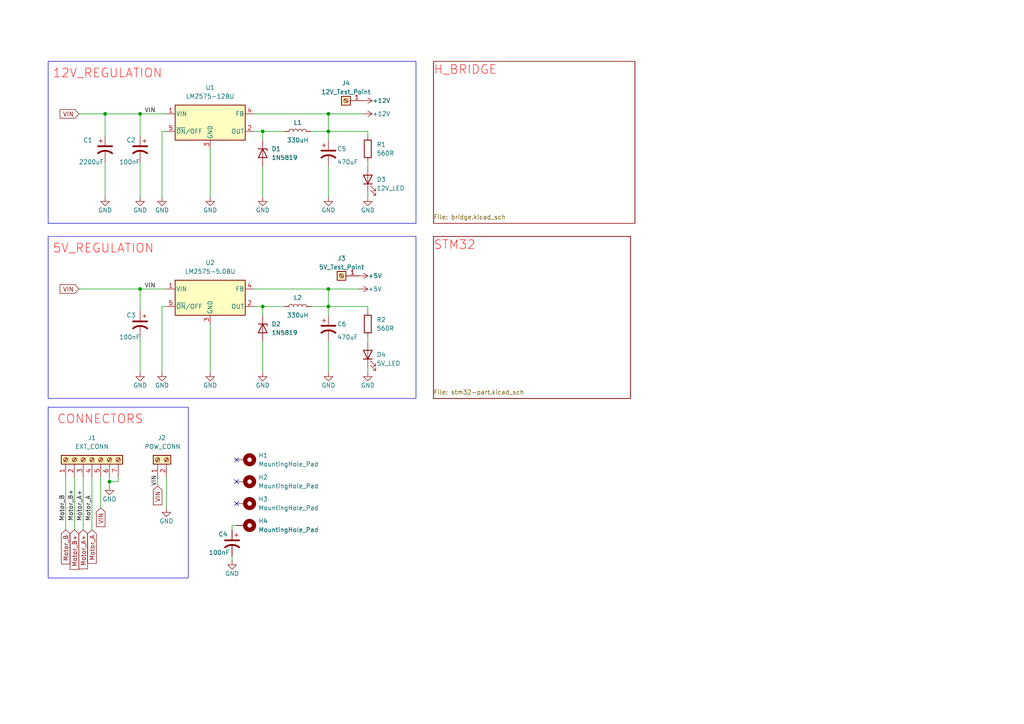
<source format=kicad_sch>
(kicad_sch (version 20230121) (generator eeschema)

  (uuid 27c9bdd3-6c3f-4808-bf40-200c5d3c3dc5)

  (paper "A4")

  (lib_symbols
    (symbol "Connector:Screw_Terminal_01x01" (pin_names (offset 1.016) hide) (in_bom yes) (on_board yes)
      (property "Reference" "J" (at 0 2.54 0)
        (effects (font (size 1.27 1.27)))
      )
      (property "Value" "Screw_Terminal_01x01" (at 0 -2.54 0)
        (effects (font (size 1.27 1.27)))
      )
      (property "Footprint" "" (at 0 0 0)
        (effects (font (size 1.27 1.27)) hide)
      )
      (property "Datasheet" "~" (at 0 0 0)
        (effects (font (size 1.27 1.27)) hide)
      )
      (property "ki_keywords" "screw terminal" (at 0 0 0)
        (effects (font (size 1.27 1.27)) hide)
      )
      (property "ki_description" "Generic screw terminal, single row, 01x01, script generated (kicad-library-utils/schlib/autogen/connector/)" (at 0 0 0)
        (effects (font (size 1.27 1.27)) hide)
      )
      (property "ki_fp_filters" "TerminalBlock*:*" (at 0 0 0)
        (effects (font (size 1.27 1.27)) hide)
      )
      (symbol "Screw_Terminal_01x01_1_1"
        (rectangle (start -1.27 1.27) (end 1.27 -1.27)
          (stroke (width 0.254) (type default))
          (fill (type background))
        )
        (polyline
          (pts
            (xy -0.5334 0.3302)
            (xy 0.3302 -0.508)
          )
          (stroke (width 0.1524) (type default))
          (fill (type none))
        )
        (polyline
          (pts
            (xy -0.3556 0.508)
            (xy 0.508 -0.3302)
          )
          (stroke (width 0.1524) (type default))
          (fill (type none))
        )
        (circle (center 0 0) (radius 0.635)
          (stroke (width 0.1524) (type default))
          (fill (type none))
        )
        (pin passive line (at -5.08 0 0) (length 3.81)
          (name "Pin_1" (effects (font (size 1.27 1.27))))
          (number "1" (effects (font (size 1.27 1.27))))
        )
      )
    )
    (symbol "Connector:Screw_Terminal_01x02" (pin_names (offset 1.016) hide) (in_bom yes) (on_board yes)
      (property "Reference" "J" (at 0 2.54 0)
        (effects (font (size 1.27 1.27)))
      )
      (property "Value" "Screw_Terminal_01x02" (at 0 -5.08 0)
        (effects (font (size 1.27 1.27)))
      )
      (property "Footprint" "" (at 0 0 0)
        (effects (font (size 1.27 1.27)) hide)
      )
      (property "Datasheet" "~" (at 0 0 0)
        (effects (font (size 1.27 1.27)) hide)
      )
      (property "ki_keywords" "screw terminal" (at 0 0 0)
        (effects (font (size 1.27 1.27)) hide)
      )
      (property "ki_description" "Generic screw terminal, single row, 01x02, script generated (kicad-library-utils/schlib/autogen/connector/)" (at 0 0 0)
        (effects (font (size 1.27 1.27)) hide)
      )
      (property "ki_fp_filters" "TerminalBlock*:*" (at 0 0 0)
        (effects (font (size 1.27 1.27)) hide)
      )
      (symbol "Screw_Terminal_01x02_1_1"
        (rectangle (start -1.27 1.27) (end 1.27 -3.81)
          (stroke (width 0.254) (type default))
          (fill (type background))
        )
        (circle (center 0 -2.54) (radius 0.635)
          (stroke (width 0.1524) (type default))
          (fill (type none))
        )
        (polyline
          (pts
            (xy -0.5334 -2.2098)
            (xy 0.3302 -3.048)
          )
          (stroke (width 0.1524) (type default))
          (fill (type none))
        )
        (polyline
          (pts
            (xy -0.5334 0.3302)
            (xy 0.3302 -0.508)
          )
          (stroke (width 0.1524) (type default))
          (fill (type none))
        )
        (polyline
          (pts
            (xy -0.3556 -2.032)
            (xy 0.508 -2.8702)
          )
          (stroke (width 0.1524) (type default))
          (fill (type none))
        )
        (polyline
          (pts
            (xy -0.3556 0.508)
            (xy 0.508 -0.3302)
          )
          (stroke (width 0.1524) (type default))
          (fill (type none))
        )
        (circle (center 0 0) (radius 0.635)
          (stroke (width 0.1524) (type default))
          (fill (type none))
        )
        (pin passive line (at -5.08 0 0) (length 3.81)
          (name "Pin_1" (effects (font (size 1.27 1.27))))
          (number "1" (effects (font (size 1.27 1.27))))
        )
        (pin passive line (at -5.08 -2.54 0) (length 3.81)
          (name "Pin_2" (effects (font (size 1.27 1.27))))
          (number "2" (effects (font (size 1.27 1.27))))
        )
      )
    )
    (symbol "Connector:Screw_Terminal_01x07" (pin_names (offset 1.016) hide) (in_bom yes) (on_board yes)
      (property "Reference" "J" (at 0 10.16 0)
        (effects (font (size 1.27 1.27)))
      )
      (property "Value" "Screw_Terminal_01x07" (at 0 -10.16 0)
        (effects (font (size 1.27 1.27)))
      )
      (property "Footprint" "" (at 0 0 0)
        (effects (font (size 1.27 1.27)) hide)
      )
      (property "Datasheet" "~" (at 0 0 0)
        (effects (font (size 1.27 1.27)) hide)
      )
      (property "ki_keywords" "screw terminal" (at 0 0 0)
        (effects (font (size 1.27 1.27)) hide)
      )
      (property "ki_description" "Generic screw terminal, single row, 01x07, script generated (kicad-library-utils/schlib/autogen/connector/)" (at 0 0 0)
        (effects (font (size 1.27 1.27)) hide)
      )
      (property "ki_fp_filters" "TerminalBlock*:*" (at 0 0 0)
        (effects (font (size 1.27 1.27)) hide)
      )
      (symbol "Screw_Terminal_01x07_1_1"
        (rectangle (start -1.27 8.89) (end 1.27 -8.89)
          (stroke (width 0.254) (type default))
          (fill (type background))
        )
        (circle (center 0 -7.62) (radius 0.635)
          (stroke (width 0.1524) (type default))
          (fill (type none))
        )
        (circle (center 0 -5.08) (radius 0.635)
          (stroke (width 0.1524) (type default))
          (fill (type none))
        )
        (circle (center 0 -2.54) (radius 0.635)
          (stroke (width 0.1524) (type default))
          (fill (type none))
        )
        (polyline
          (pts
            (xy -0.5334 -7.2898)
            (xy 0.3302 -8.128)
          )
          (stroke (width 0.1524) (type default))
          (fill (type none))
        )
        (polyline
          (pts
            (xy -0.5334 -4.7498)
            (xy 0.3302 -5.588)
          )
          (stroke (width 0.1524) (type default))
          (fill (type none))
        )
        (polyline
          (pts
            (xy -0.5334 -2.2098)
            (xy 0.3302 -3.048)
          )
          (stroke (width 0.1524) (type default))
          (fill (type none))
        )
        (polyline
          (pts
            (xy -0.5334 0.3302)
            (xy 0.3302 -0.508)
          )
          (stroke (width 0.1524) (type default))
          (fill (type none))
        )
        (polyline
          (pts
            (xy -0.5334 2.8702)
            (xy 0.3302 2.032)
          )
          (stroke (width 0.1524) (type default))
          (fill (type none))
        )
        (polyline
          (pts
            (xy -0.5334 5.4102)
            (xy 0.3302 4.572)
          )
          (stroke (width 0.1524) (type default))
          (fill (type none))
        )
        (polyline
          (pts
            (xy -0.5334 7.9502)
            (xy 0.3302 7.112)
          )
          (stroke (width 0.1524) (type default))
          (fill (type none))
        )
        (polyline
          (pts
            (xy -0.3556 -7.112)
            (xy 0.508 -7.9502)
          )
          (stroke (width 0.1524) (type default))
          (fill (type none))
        )
        (polyline
          (pts
            (xy -0.3556 -4.572)
            (xy 0.508 -5.4102)
          )
          (stroke (width 0.1524) (type default))
          (fill (type none))
        )
        (polyline
          (pts
            (xy -0.3556 -2.032)
            (xy 0.508 -2.8702)
          )
          (stroke (width 0.1524) (type default))
          (fill (type none))
        )
        (polyline
          (pts
            (xy -0.3556 0.508)
            (xy 0.508 -0.3302)
          )
          (stroke (width 0.1524) (type default))
          (fill (type none))
        )
        (polyline
          (pts
            (xy -0.3556 3.048)
            (xy 0.508 2.2098)
          )
          (stroke (width 0.1524) (type default))
          (fill (type none))
        )
        (polyline
          (pts
            (xy -0.3556 5.588)
            (xy 0.508 4.7498)
          )
          (stroke (width 0.1524) (type default))
          (fill (type none))
        )
        (polyline
          (pts
            (xy -0.3556 8.128)
            (xy 0.508 7.2898)
          )
          (stroke (width 0.1524) (type default))
          (fill (type none))
        )
        (circle (center 0 0) (radius 0.635)
          (stroke (width 0.1524) (type default))
          (fill (type none))
        )
        (circle (center 0 2.54) (radius 0.635)
          (stroke (width 0.1524) (type default))
          (fill (type none))
        )
        (circle (center 0 5.08) (radius 0.635)
          (stroke (width 0.1524) (type default))
          (fill (type none))
        )
        (circle (center 0 7.62) (radius 0.635)
          (stroke (width 0.1524) (type default))
          (fill (type none))
        )
        (pin passive line (at -5.08 7.62 0) (length 3.81)
          (name "Pin_1" (effects (font (size 1.27 1.27))))
          (number "1" (effects (font (size 1.27 1.27))))
        )
        (pin passive line (at -5.08 5.08 0) (length 3.81)
          (name "Pin_2" (effects (font (size 1.27 1.27))))
          (number "2" (effects (font (size 1.27 1.27))))
        )
        (pin passive line (at -5.08 2.54 0) (length 3.81)
          (name "Pin_3" (effects (font (size 1.27 1.27))))
          (number "3" (effects (font (size 1.27 1.27))))
        )
        (pin passive line (at -5.08 0 0) (length 3.81)
          (name "Pin_4" (effects (font (size 1.27 1.27))))
          (number "4" (effects (font (size 1.27 1.27))))
        )
        (pin passive line (at -5.08 -2.54 0) (length 3.81)
          (name "Pin_5" (effects (font (size 1.27 1.27))))
          (number "5" (effects (font (size 1.27 1.27))))
        )
        (pin passive line (at -5.08 -5.08 0) (length 3.81)
          (name "Pin_6" (effects (font (size 1.27 1.27))))
          (number "6" (effects (font (size 1.27 1.27))))
        )
        (pin passive line (at -5.08 -7.62 0) (length 3.81)
          (name "Pin_7" (effects (font (size 1.27 1.27))))
          (number "7" (effects (font (size 1.27 1.27))))
        )
      )
    )
    (symbol "Device:C_Polarized_US" (pin_numbers hide) (pin_names (offset 0.254) hide) (in_bom yes) (on_board yes)
      (property "Reference" "C" (at 0.635 2.54 0)
        (effects (font (size 1.27 1.27)) (justify left))
      )
      (property "Value" "C_Polarized_US" (at 0.635 -2.54 0)
        (effects (font (size 1.27 1.27)) (justify left))
      )
      (property "Footprint" "" (at 0 0 0)
        (effects (font (size 1.27 1.27)) hide)
      )
      (property "Datasheet" "~" (at 0 0 0)
        (effects (font (size 1.27 1.27)) hide)
      )
      (property "ki_keywords" "cap capacitor" (at 0 0 0)
        (effects (font (size 1.27 1.27)) hide)
      )
      (property "ki_description" "Polarized capacitor, US symbol" (at 0 0 0)
        (effects (font (size 1.27 1.27)) hide)
      )
      (property "ki_fp_filters" "CP_*" (at 0 0 0)
        (effects (font (size 1.27 1.27)) hide)
      )
      (symbol "C_Polarized_US_0_1"
        (polyline
          (pts
            (xy -2.032 0.762)
            (xy 2.032 0.762)
          )
          (stroke (width 0.508) (type default))
          (fill (type none))
        )
        (polyline
          (pts
            (xy -1.778 2.286)
            (xy -0.762 2.286)
          )
          (stroke (width 0) (type default))
          (fill (type none))
        )
        (polyline
          (pts
            (xy -1.27 1.778)
            (xy -1.27 2.794)
          )
          (stroke (width 0) (type default))
          (fill (type none))
        )
        (arc (start 2.032 -1.27) (mid 0 -0.5572) (end -2.032 -1.27)
          (stroke (width 0.508) (type default))
          (fill (type none))
        )
      )
      (symbol "C_Polarized_US_1_1"
        (pin passive line (at 0 3.81 270) (length 2.794)
          (name "~" (effects (font (size 1.27 1.27))))
          (number "1" (effects (font (size 1.27 1.27))))
        )
        (pin passive line (at 0 -3.81 90) (length 3.302)
          (name "~" (effects (font (size 1.27 1.27))))
          (number "2" (effects (font (size 1.27 1.27))))
        )
      )
    )
    (symbol "Device:L" (pin_numbers hide) (pin_names (offset 1.016) hide) (in_bom yes) (on_board yes)
      (property "Reference" "L" (at -1.27 0 90)
        (effects (font (size 1.27 1.27)))
      )
      (property "Value" "L" (at 1.905 0 90)
        (effects (font (size 1.27 1.27)))
      )
      (property "Footprint" "" (at 0 0 0)
        (effects (font (size 1.27 1.27)) hide)
      )
      (property "Datasheet" "~" (at 0 0 0)
        (effects (font (size 1.27 1.27)) hide)
      )
      (property "ki_keywords" "inductor choke coil reactor magnetic" (at 0 0 0)
        (effects (font (size 1.27 1.27)) hide)
      )
      (property "ki_description" "Inductor" (at 0 0 0)
        (effects (font (size 1.27 1.27)) hide)
      )
      (property "ki_fp_filters" "Choke_* *Coil* Inductor_* L_*" (at 0 0 0)
        (effects (font (size 1.27 1.27)) hide)
      )
      (symbol "L_0_1"
        (arc (start 0 -2.54) (mid 0.6323 -1.905) (end 0 -1.27)
          (stroke (width 0) (type default))
          (fill (type none))
        )
        (arc (start 0 -1.27) (mid 0.6323 -0.635) (end 0 0)
          (stroke (width 0) (type default))
          (fill (type none))
        )
        (arc (start 0 0) (mid 0.6323 0.635) (end 0 1.27)
          (stroke (width 0) (type default))
          (fill (type none))
        )
        (arc (start 0 1.27) (mid 0.6323 1.905) (end 0 2.54)
          (stroke (width 0) (type default))
          (fill (type none))
        )
      )
      (symbol "L_1_1"
        (pin passive line (at 0 3.81 270) (length 1.27)
          (name "1" (effects (font (size 1.27 1.27))))
          (number "1" (effects (font (size 1.27 1.27))))
        )
        (pin passive line (at 0 -3.81 90) (length 1.27)
          (name "2" (effects (font (size 1.27 1.27))))
          (number "2" (effects (font (size 1.27 1.27))))
        )
      )
    )
    (symbol "Device:LED" (pin_numbers hide) (pin_names (offset 1.016) hide) (in_bom yes) (on_board yes)
      (property "Reference" "D" (at 0 2.54 0)
        (effects (font (size 1.27 1.27)))
      )
      (property "Value" "LED" (at 0 -2.54 0)
        (effects (font (size 1.27 1.27)))
      )
      (property "Footprint" "" (at 0 0 0)
        (effects (font (size 1.27 1.27)) hide)
      )
      (property "Datasheet" "~" (at 0 0 0)
        (effects (font (size 1.27 1.27)) hide)
      )
      (property "ki_keywords" "LED diode" (at 0 0 0)
        (effects (font (size 1.27 1.27)) hide)
      )
      (property "ki_description" "Light emitting diode" (at 0 0 0)
        (effects (font (size 1.27 1.27)) hide)
      )
      (property "ki_fp_filters" "LED* LED_SMD:* LED_THT:*" (at 0 0 0)
        (effects (font (size 1.27 1.27)) hide)
      )
      (symbol "LED_0_1"
        (polyline
          (pts
            (xy -1.27 -1.27)
            (xy -1.27 1.27)
          )
          (stroke (width 0.254) (type default))
          (fill (type none))
        )
        (polyline
          (pts
            (xy -1.27 0)
            (xy 1.27 0)
          )
          (stroke (width 0) (type default))
          (fill (type none))
        )
        (polyline
          (pts
            (xy 1.27 -1.27)
            (xy 1.27 1.27)
            (xy -1.27 0)
            (xy 1.27 -1.27)
          )
          (stroke (width 0.254) (type default))
          (fill (type none))
        )
        (polyline
          (pts
            (xy -3.048 -0.762)
            (xy -4.572 -2.286)
            (xy -3.81 -2.286)
            (xy -4.572 -2.286)
            (xy -4.572 -1.524)
          )
          (stroke (width 0) (type default))
          (fill (type none))
        )
        (polyline
          (pts
            (xy -1.778 -0.762)
            (xy -3.302 -2.286)
            (xy -2.54 -2.286)
            (xy -3.302 -2.286)
            (xy -3.302 -1.524)
          )
          (stroke (width 0) (type default))
          (fill (type none))
        )
      )
      (symbol "LED_1_1"
        (pin passive line (at -3.81 0 0) (length 2.54)
          (name "K" (effects (font (size 1.27 1.27))))
          (number "1" (effects (font (size 1.27 1.27))))
        )
        (pin passive line (at 3.81 0 180) (length 2.54)
          (name "A" (effects (font (size 1.27 1.27))))
          (number "2" (effects (font (size 1.27 1.27))))
        )
      )
    )
    (symbol "Device:R" (pin_numbers hide) (pin_names (offset 0)) (in_bom yes) (on_board yes)
      (property "Reference" "R" (at 2.032 0 90)
        (effects (font (size 1.27 1.27)))
      )
      (property "Value" "R" (at 0 0 90)
        (effects (font (size 1.27 1.27)))
      )
      (property "Footprint" "" (at -1.778 0 90)
        (effects (font (size 1.27 1.27)) hide)
      )
      (property "Datasheet" "~" (at 0 0 0)
        (effects (font (size 1.27 1.27)) hide)
      )
      (property "ki_keywords" "R res resistor" (at 0 0 0)
        (effects (font (size 1.27 1.27)) hide)
      )
      (property "ki_description" "Resistor" (at 0 0 0)
        (effects (font (size 1.27 1.27)) hide)
      )
      (property "ki_fp_filters" "R_*" (at 0 0 0)
        (effects (font (size 1.27 1.27)) hide)
      )
      (symbol "R_0_1"
        (rectangle (start -1.016 -2.54) (end 1.016 2.54)
          (stroke (width 0.254) (type default))
          (fill (type none))
        )
      )
      (symbol "R_1_1"
        (pin passive line (at 0 3.81 270) (length 1.27)
          (name "~" (effects (font (size 1.27 1.27))))
          (number "1" (effects (font (size 1.27 1.27))))
        )
        (pin passive line (at 0 -3.81 90) (length 1.27)
          (name "~" (effects (font (size 1.27 1.27))))
          (number "2" (effects (font (size 1.27 1.27))))
        )
      )
    )
    (symbol "Diode:Z3SMCxxx" (pin_numbers hide) (pin_names hide) (in_bom yes) (on_board yes)
      (property "Reference" "D" (at 0 2.54 0)
        (effects (font (size 1.27 1.27)))
      )
      (property "Value" "Z3SMCxxx" (at 0 -2.54 0)
        (effects (font (size 1.27 1.27)))
      )
      (property "Footprint" "Diode_SMD:D_SMC" (at 0 -4.445 0)
        (effects (font (size 1.27 1.27)) hide)
      )
      (property "Datasheet" "https://diotec.com/tl_files/diotec/files/pdf/datasheets/z3smc1.pdf" (at 0 0 0)
        (effects (font (size 1.27 1.27)) hide)
      )
      (property "ki_keywords" "zener diode" (at 0 0 0)
        (effects (font (size 1.27 1.27)) hide)
      )
      (property "ki_description" "3000mW Zener Diode, SMC(DO-214AB)" (at 0 0 0)
        (effects (font (size 1.27 1.27)) hide)
      )
      (property "ki_fp_filters" "D?SMC*" (at 0 0 0)
        (effects (font (size 1.27 1.27)) hide)
      )
      (symbol "Z3SMCxxx_0_1"
        (polyline
          (pts
            (xy 1.27 0)
            (xy -1.27 0)
          )
          (stroke (width 0) (type default))
          (fill (type none))
        )
        (polyline
          (pts
            (xy -1.27 -1.27)
            (xy -1.27 1.27)
            (xy -0.762 1.27)
          )
          (stroke (width 0.254) (type default))
          (fill (type none))
        )
        (polyline
          (pts
            (xy 1.27 -1.27)
            (xy 1.27 1.27)
            (xy -1.27 0)
            (xy 1.27 -1.27)
          )
          (stroke (width 0.254) (type default))
          (fill (type none))
        )
      )
      (symbol "Z3SMCxxx_1_1"
        (pin passive line (at -3.81 0 0) (length 2.54)
          (name "K" (effects (font (size 1.27 1.27))))
          (number "1" (effects (font (size 1.27 1.27))))
        )
        (pin passive line (at 3.81 0 180) (length 2.54)
          (name "A" (effects (font (size 1.27 1.27))))
          (number "2" (effects (font (size 1.27 1.27))))
        )
      )
    )
    (symbol "Mechanical:MountingHole_Pad" (pin_numbers hide) (pin_names (offset 1.016) hide) (in_bom yes) (on_board yes)
      (property "Reference" "H" (at 0 6.35 0)
        (effects (font (size 1.27 1.27)))
      )
      (property "Value" "MountingHole_Pad" (at 0 4.445 0)
        (effects (font (size 1.27 1.27)))
      )
      (property "Footprint" "" (at 0 0 0)
        (effects (font (size 1.27 1.27)) hide)
      )
      (property "Datasheet" "~" (at 0 0 0)
        (effects (font (size 1.27 1.27)) hide)
      )
      (property "ki_keywords" "mounting hole" (at 0 0 0)
        (effects (font (size 1.27 1.27)) hide)
      )
      (property "ki_description" "Mounting Hole with connection" (at 0 0 0)
        (effects (font (size 1.27 1.27)) hide)
      )
      (property "ki_fp_filters" "MountingHole*Pad*" (at 0 0 0)
        (effects (font (size 1.27 1.27)) hide)
      )
      (symbol "MountingHole_Pad_0_1"
        (circle (center 0 1.27) (radius 1.27)
          (stroke (width 1.27) (type default))
          (fill (type none))
        )
      )
      (symbol "MountingHole_Pad_1_1"
        (pin input line (at 0 -2.54 90) (length 2.54)
          (name "1" (effects (font (size 1.27 1.27))))
          (number "1" (effects (font (size 1.27 1.27))))
        )
      )
    )
    (symbol "Regulator_Switching:LM2575-12BU" (pin_names (offset 0.254)) (in_bom yes) (on_board yes)
      (property "Reference" "U" (at -10.16 6.35 0)
        (effects (font (size 1.27 1.27)) (justify left))
      )
      (property "Value" "LM2575-12BU" (at 0 6.35 0)
        (effects (font (size 1.27 1.27)) (justify left))
      )
      (property "Footprint" "Package_TO_SOT_SMD:TO-263-5_TabPin3" (at 0 -6.35 0)
        (effects (font (size 1.27 1.27) italic) (justify left) hide)
      )
      (property "Datasheet" "http://ww1.microchip.com/downloads/en/DeviceDoc/lm2575.pdf" (at 0 0 0)
        (effects (font (size 1.27 1.27)) hide)
      )
      (property "ki_keywords" "Buck regulator Switcher" (at 0 0 0)
        (effects (font (size 1.27 1.27)) hide)
      )
      (property "ki_description" "Fixed 12V 52kHz Simple 1A Buck Regulator, TO-263" (at 0 0 0)
        (effects (font (size 1.27 1.27)) hide)
      )
      (property "ki_fp_filters" "TO?263*" (at 0 0 0)
        (effects (font (size 1.27 1.27)) hide)
      )
      (symbol "LM2575-12BU_0_1"
        (rectangle (start -10.16 5.08) (end 10.16 -5.08)
          (stroke (width 0.254) (type default))
          (fill (type background))
        )
      )
      (symbol "LM2575-12BU_1_1"
        (pin power_in line (at -12.7 2.54 0) (length 2.54)
          (name "VIN" (effects (font (size 1.27 1.27))))
          (number "1" (effects (font (size 1.27 1.27))))
        )
        (pin output line (at 12.7 -2.54 180) (length 2.54)
          (name "OUT" (effects (font (size 1.27 1.27))))
          (number "2" (effects (font (size 1.27 1.27))))
        )
        (pin power_in line (at 0 -7.62 90) (length 2.54)
          (name "GND" (effects (font (size 1.27 1.27))))
          (number "3" (effects (font (size 1.27 1.27))))
        )
        (pin input line (at 12.7 2.54 180) (length 2.54)
          (name "FB" (effects (font (size 1.27 1.27))))
          (number "4" (effects (font (size 1.27 1.27))))
        )
        (pin input line (at -12.7 -2.54 0) (length 2.54)
          (name "~{ON}/OFF" (effects (font (size 1.27 1.27))))
          (number "5" (effects (font (size 1.27 1.27))))
        )
      )
    )
    (symbol "Regulator_Switching:LM2575-5.0BU" (pin_names (offset 0.254)) (in_bom yes) (on_board yes)
      (property "Reference" "U" (at -10.16 6.35 0)
        (effects (font (size 1.27 1.27)) (justify left))
      )
      (property "Value" "LM2575-5.0BU" (at 0 6.35 0)
        (effects (font (size 1.27 1.27)) (justify left))
      )
      (property "Footprint" "Package_TO_SOT_SMD:TO-263-5_TabPin3" (at 0 -6.35 0)
        (effects (font (size 1.27 1.27) italic) (justify left) hide)
      )
      (property "Datasheet" "http://ww1.microchip.com/downloads/en/DeviceDoc/lm2575.pdf" (at 0 0 0)
        (effects (font (size 1.27 1.27)) hide)
      )
      (property "ki_keywords" "Buck regulator Switcher" (at 0 0 0)
        (effects (font (size 1.27 1.27)) hide)
      )
      (property "ki_description" "Fixed 5.0V 52kHz Simple 1A Buck Regulator, TO-263" (at 0 0 0)
        (effects (font (size 1.27 1.27)) hide)
      )
      (property "ki_fp_filters" "TO?263*" (at 0 0 0)
        (effects (font (size 1.27 1.27)) hide)
      )
      (symbol "LM2575-5.0BU_0_1"
        (rectangle (start -10.16 5.08) (end 10.16 -5.08)
          (stroke (width 0.254) (type default))
          (fill (type background))
        )
      )
      (symbol "LM2575-5.0BU_1_1"
        (pin power_in line (at -12.7 2.54 0) (length 2.54)
          (name "VIN" (effects (font (size 1.27 1.27))))
          (number "1" (effects (font (size 1.27 1.27))))
        )
        (pin output line (at 12.7 -2.54 180) (length 2.54)
          (name "OUT" (effects (font (size 1.27 1.27))))
          (number "2" (effects (font (size 1.27 1.27))))
        )
        (pin power_in line (at 0 -7.62 90) (length 2.54)
          (name "GND" (effects (font (size 1.27 1.27))))
          (number "3" (effects (font (size 1.27 1.27))))
        )
        (pin input line (at 12.7 2.54 180) (length 2.54)
          (name "FB" (effects (font (size 1.27 1.27))))
          (number "4" (effects (font (size 1.27 1.27))))
        )
        (pin input line (at -12.7 -2.54 0) (length 2.54)
          (name "~{ON}/OFF" (effects (font (size 1.27 1.27))))
          (number "5" (effects (font (size 1.27 1.27))))
        )
      )
    )
    (symbol "power:+12V" (power) (pin_names (offset 0)) (in_bom yes) (on_board yes)
      (property "Reference" "#PWR" (at 0 -3.81 0)
        (effects (font (size 1.27 1.27)) hide)
      )
      (property "Value" "+12V" (at 0 3.556 0)
        (effects (font (size 1.27 1.27)))
      )
      (property "Footprint" "" (at 0 0 0)
        (effects (font (size 1.27 1.27)) hide)
      )
      (property "Datasheet" "" (at 0 0 0)
        (effects (font (size 1.27 1.27)) hide)
      )
      (property "ki_keywords" "global power" (at 0 0 0)
        (effects (font (size 1.27 1.27)) hide)
      )
      (property "ki_description" "Power symbol creates a global label with name \"+12V\"" (at 0 0 0)
        (effects (font (size 1.27 1.27)) hide)
      )
      (symbol "+12V_0_1"
        (polyline
          (pts
            (xy -0.762 1.27)
            (xy 0 2.54)
          )
          (stroke (width 0) (type default))
          (fill (type none))
        )
        (polyline
          (pts
            (xy 0 0)
            (xy 0 2.54)
          )
          (stroke (width 0) (type default))
          (fill (type none))
        )
        (polyline
          (pts
            (xy 0 2.54)
            (xy 0.762 1.27)
          )
          (stroke (width 0) (type default))
          (fill (type none))
        )
      )
      (symbol "+12V_1_1"
        (pin power_in line (at 0 0 90) (length 0) hide
          (name "+12V" (effects (font (size 1.27 1.27))))
          (number "1" (effects (font (size 1.27 1.27))))
        )
      )
    )
    (symbol "power:+5V" (power) (pin_names (offset 0)) (in_bom yes) (on_board yes)
      (property "Reference" "#PWR" (at 0 -3.81 0)
        (effects (font (size 1.27 1.27)) hide)
      )
      (property "Value" "+5V" (at 0 3.556 0)
        (effects (font (size 1.27 1.27)))
      )
      (property "Footprint" "" (at 0 0 0)
        (effects (font (size 1.27 1.27)) hide)
      )
      (property "Datasheet" "" (at 0 0 0)
        (effects (font (size 1.27 1.27)) hide)
      )
      (property "ki_keywords" "global power" (at 0 0 0)
        (effects (font (size 1.27 1.27)) hide)
      )
      (property "ki_description" "Power symbol creates a global label with name \"+5V\"" (at 0 0 0)
        (effects (font (size 1.27 1.27)) hide)
      )
      (symbol "+5V_0_1"
        (polyline
          (pts
            (xy -0.762 1.27)
            (xy 0 2.54)
          )
          (stroke (width 0) (type default))
          (fill (type none))
        )
        (polyline
          (pts
            (xy 0 0)
            (xy 0 2.54)
          )
          (stroke (width 0) (type default))
          (fill (type none))
        )
        (polyline
          (pts
            (xy 0 2.54)
            (xy 0.762 1.27)
          )
          (stroke (width 0) (type default))
          (fill (type none))
        )
      )
      (symbol "+5V_1_1"
        (pin power_in line (at 0 0 90) (length 0) hide
          (name "+5V" (effects (font (size 1.27 1.27))))
          (number "1" (effects (font (size 1.27 1.27))))
        )
      )
    )
    (symbol "power:GND" (power) (pin_names (offset 0)) (in_bom yes) (on_board yes)
      (property "Reference" "#PWR" (at 0 -6.35 0)
        (effects (font (size 1.27 1.27)) hide)
      )
      (property "Value" "GND" (at 0 -3.81 0)
        (effects (font (size 1.27 1.27)))
      )
      (property "Footprint" "" (at 0 0 0)
        (effects (font (size 1.27 1.27)) hide)
      )
      (property "Datasheet" "" (at 0 0 0)
        (effects (font (size 1.27 1.27)) hide)
      )
      (property "ki_keywords" "global power" (at 0 0 0)
        (effects (font (size 1.27 1.27)) hide)
      )
      (property "ki_description" "Power symbol creates a global label with name \"GND\" , ground" (at 0 0 0)
        (effects (font (size 1.27 1.27)) hide)
      )
      (symbol "GND_0_1"
        (polyline
          (pts
            (xy 0 0)
            (xy 0 -1.27)
            (xy 1.27 -1.27)
            (xy 0 -2.54)
            (xy -1.27 -1.27)
            (xy 0 -1.27)
          )
          (stroke (width 0) (type default))
          (fill (type none))
        )
      )
      (symbol "GND_1_1"
        (pin power_in line (at 0 0 270) (length 0) hide
          (name "GND" (effects (font (size 1.27 1.27))))
          (number "1" (effects (font (size 1.27 1.27))))
        )
      )
    )
  )

  (junction (at 40.64 33.02) (diameter 0) (color 0 0 0 0)
    (uuid 03593392-abb8-4c19-aafd-33dd55fc6d44)
  )
  (junction (at 95.25 38.1) (diameter 0) (color 0 0 0 0)
    (uuid 0a44a5cd-1594-44a8-8e56-5a857194c02c)
  )
  (junction (at 95.25 33.02) (diameter 0) (color 0 0 0 0)
    (uuid 38ae13b8-b1a2-44d5-b44f-da698890ed09)
  )
  (junction (at 40.64 83.82) (diameter 0) (color 0 0 0 0)
    (uuid 488780d6-03bf-4850-8f4c-94902dd79c51)
  )
  (junction (at 76.2 88.9) (diameter 0) (color 0 0 0 0)
    (uuid 514f0b4b-9e4d-4c3b-982d-3297f1079f55)
  )
  (junction (at 95.25 83.82) (diameter 0) (color 0 0 0 0)
    (uuid 5a4f8dc5-d8e5-490b-8277-9b0a909b6f5a)
  )
  (junction (at 30.48 33.02) (diameter 0) (color 0 0 0 0)
    (uuid a3eb1cce-8a6c-42d1-8565-0cfdcc0267e3)
  )
  (junction (at 76.2 38.1) (diameter 0) (color 0 0 0 0)
    (uuid c82728a4-4767-4183-9195-9ad9a6f2623d)
  )
  (junction (at 95.25 88.9) (diameter 0) (color 0 0 0 0)
    (uuid deb07dcc-9269-43fd-99ef-a7ff5329007f)
  )
  (junction (at 31.75 139.7) (diameter 0) (color 0 0 0 0)
    (uuid f1be4840-b98c-4646-98fc-b77ab4329e1e)
  )

  (no_connect (at 68.58 139.7) (uuid 51ba58b2-e7e3-4036-98e2-25074d7340a8))
  (no_connect (at 68.58 146.05) (uuid c8180211-902a-44d8-98b5-3e48487dbb48))
  (no_connect (at 68.58 133.35) (uuid db244f04-9b12-444a-8818-4c43f8aaf62e))

  (wire (pts (xy 40.64 97.79) (xy 40.64 107.95))
    (stroke (width 0) (type default))
    (uuid 01001ae6-3fee-4d16-90ab-c5068332ac39)
  )
  (wire (pts (xy 30.48 39.37) (xy 30.48 33.02))
    (stroke (width 0) (type default))
    (uuid 041563c6-0809-4159-9e7e-3fb290064e19)
  )
  (wire (pts (xy 95.25 88.9) (xy 106.68 88.9))
    (stroke (width 0) (type default))
    (uuid 04688169-f709-4b63-be79-15a9ba43f17f)
  )
  (wire (pts (xy 19.05 138.43) (xy 19.05 153.67))
    (stroke (width 0) (type default))
    (uuid 0be0dc84-6e5b-4029-8b46-a5586c690c89)
  )
  (wire (pts (xy 46.99 88.9) (xy 46.99 107.95))
    (stroke (width 0) (type default))
    (uuid 13a64179-6c8f-4724-bb22-379c314c68f1)
  )
  (wire (pts (xy 90.17 88.9) (xy 95.25 88.9))
    (stroke (width 0) (type default))
    (uuid 13c4687f-f346-4d97-b574-67d8ae715d84)
  )
  (wire (pts (xy 95.25 48.26) (xy 95.25 57.15))
    (stroke (width 0) (type default))
    (uuid 191c6369-8928-4ad9-b378-6294415a2c75)
  )
  (wire (pts (xy 95.25 33.02) (xy 95.25 38.1))
    (stroke (width 0) (type default))
    (uuid 336d1ce3-c3cb-4965-bcb3-6e41e017af95)
  )
  (wire (pts (xy 30.48 33.02) (xy 40.64 33.02))
    (stroke (width 0) (type default))
    (uuid 40ac5299-9403-4cb4-912c-6dc8fbd4ca3b)
  )
  (wire (pts (xy 76.2 48.26) (xy 76.2 57.15))
    (stroke (width 0) (type default))
    (uuid 4a1f8e74-dc80-4924-a7d5-26e23c4371fc)
  )
  (wire (pts (xy 95.25 83.82) (xy 95.25 88.9))
    (stroke (width 0) (type default))
    (uuid 50c97c3c-95bd-4be2-8574-a60315365592)
  )
  (wire (pts (xy 24.13 138.43) (xy 24.13 153.67))
    (stroke (width 0) (type default))
    (uuid 51623c7c-7ef0-4ef6-a902-ff24ed5faf93)
  )
  (wire (pts (xy 40.64 33.02) (xy 48.26 33.02))
    (stroke (width 0) (type default))
    (uuid 5abe3c41-4a1c-4b5c-895e-935745560fab)
  )
  (wire (pts (xy 95.25 38.1) (xy 106.68 38.1))
    (stroke (width 0) (type default))
    (uuid 5c087b31-8a0c-4b8b-bd22-c40650032e01)
  )
  (wire (pts (xy 76.2 38.1) (xy 82.55 38.1))
    (stroke (width 0) (type default))
    (uuid 5d995f38-4030-4ac0-afc0-616953f1c6d2)
  )
  (wire (pts (xy 45.72 140.97) (xy 45.72 138.43))
    (stroke (width 0) (type default))
    (uuid 5f41fb9f-f679-4c65-867f-bde1291cf396)
  )
  (wire (pts (xy 106.68 55.88) (xy 106.68 57.15))
    (stroke (width 0) (type default))
    (uuid 61c35d06-8c3f-4c20-bab5-9a180ef8dccf)
  )
  (wire (pts (xy 76.2 38.1) (xy 76.2 40.64))
    (stroke (width 0) (type default))
    (uuid 623c73d7-0406-4def-97c7-d2e155661bf3)
  )
  (wire (pts (xy 67.31 161.29) (xy 67.31 162.56))
    (stroke (width 0) (type default))
    (uuid 627ab4a6-e1b1-47f0-856b-9f27dfcee3a4)
  )
  (wire (pts (xy 106.68 46.99) (xy 106.68 48.26))
    (stroke (width 0) (type default))
    (uuid 64bb1d95-bc49-478f-ae58-f836e92bc701)
  )
  (wire (pts (xy 21.59 138.43) (xy 21.59 153.67))
    (stroke (width 0) (type default))
    (uuid 6f64bb5f-9de9-40f2-bbbb-c3a2cb1897e2)
  )
  (wire (pts (xy 95.25 38.1) (xy 95.25 40.64))
    (stroke (width 0) (type default))
    (uuid 6fa123a2-ae60-48d6-8661-1faeebc1abf4)
  )
  (wire (pts (xy 95.25 88.9) (xy 95.25 91.44))
    (stroke (width 0) (type default))
    (uuid 7224bd09-e037-430a-b8d2-3d5e868de8d3)
  )
  (wire (pts (xy 48.26 138.43) (xy 48.26 147.32))
    (stroke (width 0) (type default))
    (uuid 7928e025-c64b-47e3-ba83-3f8c474ee47c)
  )
  (wire (pts (xy 29.21 138.43) (xy 29.21 147.32))
    (stroke (width 0) (type default))
    (uuid 7af93c19-e7f8-4d30-92a4-d3c4e153f876)
  )
  (wire (pts (xy 106.68 38.1) (xy 106.68 39.37))
    (stroke (width 0) (type default))
    (uuid 7f267f5c-71ed-4244-82fa-64e7d1a83396)
  )
  (wire (pts (xy 22.86 33.02) (xy 30.48 33.02))
    (stroke (width 0) (type default))
    (uuid 85d2b8fa-7c7a-4d5f-81c5-2cc9a98c00b2)
  )
  (wire (pts (xy 30.48 46.99) (xy 30.48 57.15))
    (stroke (width 0) (type default))
    (uuid 8ed4df9f-5af6-4239-a445-b26f89030c29)
  )
  (wire (pts (xy 40.64 33.02) (xy 40.64 39.37))
    (stroke (width 0) (type default))
    (uuid 9115dd83-ba49-4868-b990-8903a64c08c0)
  )
  (wire (pts (xy 76.2 88.9) (xy 76.2 91.44))
    (stroke (width 0) (type default))
    (uuid 94420be3-905d-4da6-8e59-5f3b59bfa5fe)
  )
  (wire (pts (xy 22.86 83.82) (xy 40.64 83.82))
    (stroke (width 0) (type default))
    (uuid 96695789-a57f-48aa-b9ca-3ea539a83264)
  )
  (wire (pts (xy 31.75 139.7) (xy 31.75 140.97))
    (stroke (width 0) (type default))
    (uuid 9830dd47-1a87-4a2c-9a1c-140e7cfedbac)
  )
  (wire (pts (xy 67.31 153.67) (xy 67.31 152.4))
    (stroke (width 0) (type default))
    (uuid 9bc8810c-90d8-4b3e-a819-babc6fb718fc)
  )
  (wire (pts (xy 26.67 138.43) (xy 26.67 153.67))
    (stroke (width 0) (type default))
    (uuid 9d41b7a2-284c-46cd-9f0d-547257e41d50)
  )
  (wire (pts (xy 73.66 38.1) (xy 76.2 38.1))
    (stroke (width 0) (type default))
    (uuid a10e43e6-4e32-4722-bf97-471601836572)
  )
  (wire (pts (xy 76.2 99.06) (xy 76.2 107.95))
    (stroke (width 0) (type default))
    (uuid a29a0e2c-45f8-4a5d-825f-3494af3974b1)
  )
  (wire (pts (xy 95.25 83.82) (xy 104.14 83.82))
    (stroke (width 0) (type default))
    (uuid a6cb476d-e958-4c67-9d1a-725ebab97474)
  )
  (wire (pts (xy 46.99 88.9) (xy 48.26 88.9))
    (stroke (width 0) (type default))
    (uuid ab5ce321-9836-4896-88f4-125e99728b1f)
  )
  (wire (pts (xy 90.17 38.1) (xy 95.25 38.1))
    (stroke (width 0) (type default))
    (uuid b1f9b95f-08e7-4bcd-9499-a917ac888379)
  )
  (wire (pts (xy 31.75 139.7) (xy 34.29 139.7))
    (stroke (width 0) (type default))
    (uuid b37c0221-21eb-4533-bb96-bdd09559e992)
  )
  (wire (pts (xy 40.64 46.99) (xy 40.64 57.15))
    (stroke (width 0) (type default))
    (uuid bc40b8e7-4f7c-4261-8605-f1a110877419)
  )
  (wire (pts (xy 73.66 88.9) (xy 76.2 88.9))
    (stroke (width 0) (type default))
    (uuid bdaea974-e3f7-4494-a53a-62db3e0a48e7)
  )
  (wire (pts (xy 76.2 88.9) (xy 82.55 88.9))
    (stroke (width 0) (type default))
    (uuid bf12e170-24af-406f-b1e2-712e8b33f1e2)
  )
  (wire (pts (xy 67.31 152.4) (xy 68.58 152.4))
    (stroke (width 0) (type default))
    (uuid bfffb9d9-1c96-4325-bdcb-0fee8dde86bd)
  )
  (wire (pts (xy 95.25 99.06) (xy 95.25 107.95))
    (stroke (width 0) (type default))
    (uuid c1a8d1b2-729e-4c2d-9ead-f69157386932)
  )
  (wire (pts (xy 60.96 43.18) (xy 60.96 57.15))
    (stroke (width 0) (type default))
    (uuid c1d54225-c8a8-42b2-9421-3dcb32bd2e83)
  )
  (wire (pts (xy 40.64 83.82) (xy 48.26 83.82))
    (stroke (width 0) (type default))
    (uuid c40919a7-3bf2-4bf2-9ce6-ca253514a263)
  )
  (wire (pts (xy 46.99 38.1) (xy 46.99 57.15))
    (stroke (width 0) (type default))
    (uuid c649282d-102b-486d-b614-686c239d8577)
  )
  (wire (pts (xy 106.68 97.79) (xy 106.68 99.06))
    (stroke (width 0) (type default))
    (uuid d0a7a5ba-7a18-47b8-b9cb-99da05f3fe43)
  )
  (wire (pts (xy 73.66 83.82) (xy 95.25 83.82))
    (stroke (width 0) (type default))
    (uuid da4b6767-426d-45d6-8095-47819e932eff)
  )
  (wire (pts (xy 95.25 33.02) (xy 105.41 33.02))
    (stroke (width 0) (type default))
    (uuid e530b0c9-6f19-4d50-b7be-b12d0a749c0c)
  )
  (wire (pts (xy 40.64 83.82) (xy 40.64 90.17))
    (stroke (width 0) (type default))
    (uuid e5d35a65-8df6-43f8-b8b5-2a4871eea5cf)
  )
  (wire (pts (xy 34.29 138.43) (xy 34.29 139.7))
    (stroke (width 0) (type default))
    (uuid e9dd953d-0e64-4b7f-be75-a658636fde06)
  )
  (wire (pts (xy 31.75 138.43) (xy 31.75 139.7))
    (stroke (width 0) (type default))
    (uuid ea719524-281d-4bba-b237-0ee3cad83adf)
  )
  (wire (pts (xy 106.68 88.9) (xy 106.68 90.17))
    (stroke (width 0) (type default))
    (uuid ee481f6b-6d63-41da-8992-6b61f13b4d37)
  )
  (wire (pts (xy 60.96 93.98) (xy 60.96 107.95))
    (stroke (width 0) (type default))
    (uuid f26ba181-30f8-4390-b9a9-40605a876490)
  )
  (wire (pts (xy 106.68 106.68) (xy 106.68 107.95))
    (stroke (width 0) (type default))
    (uuid f93e3532-34bc-4933-813a-12e48f372fcd)
  )
  (wire (pts (xy 46.99 38.1) (xy 48.26 38.1))
    (stroke (width 0) (type default))
    (uuid fae96db5-2fd6-47e1-98fe-1b82f252d666)
  )
  (wire (pts (xy 73.66 33.02) (xy 95.25 33.02))
    (stroke (width 0) (type default))
    (uuid fbf07a7e-bb97-4e3b-93cd-97a4ffd20801)
  )

  (rectangle (start 13.97 68.58) (end 120.65 115.57)
    (stroke (width 0) (type default))
    (fill (type none))
    (uuid 301505db-9d0a-4398-b724-7c2fbbfde1b5)
  )
  (rectangle (start 13.97 17.78) (end 120.65 64.77)
    (stroke (width 0) (type default))
    (fill (type none))
    (uuid e499c1a1-9fe2-443f-9684-d372e31b09e2)
  )
  (rectangle (start 13.97 118.11) (end 54.61 167.64)
    (stroke (width 0) (type default))
    (fill (type none))
    (uuid e7bf5c20-a979-4165-accd-3fc5f48a85da)
  )

  (text "12V_REGULATION" (at 15.24 22.86 0)
    (effects (font (size 2.54 2.54) (color 255 0 0 1)) (justify left bottom))
    (uuid e01944c0-fba7-43f0-a5c7-214fb5862b0f)
  )
  (text "5V_REGULATION" (at 15.24 73.66 0)
    (effects (font (size 2.54 2.54) (color 255 0 0 1)) (justify left bottom))
    (uuid e3cfa2c0-bd59-4d45-825f-551db6820ba6)
  )
  (text "CONNECTORS\n" (at 16.51 123.19 0)
    (effects (font (size 2.54 2.54) (color 255 0 0 1)) (justify left bottom))
    (uuid e6d993ef-03a7-4bd8-b8d1-bfc1122db8fb)
  )

  (label "Motor_B+" (at 21.59 151.13 90) (fields_autoplaced)
    (effects (font (size 1.27 1.27)) (justify left bottom))
    (uuid 01b0d434-05c0-4f08-b9e9-1ef4a13b22e6)
  )
  (label "VIN" (at 45.72 140.97 90) (fields_autoplaced)
    (effects (font (size 1.27 1.27)) (justify left bottom))
    (uuid 0990bd29-7a28-440f-9346-9162dc4711a7)
  )
  (label "Motor_B" (at 19.05 151.13 90) (fields_autoplaced)
    (effects (font (size 1.27 1.27)) (justify left bottom))
    (uuid 3159cc28-24f3-4be0-84a4-9b6b6fa9ecc0)
  )
  (label "Motor_A" (at 26.67 151.13 90) (fields_autoplaced)
    (effects (font (size 1.27 1.27)) (justify left bottom))
    (uuid 4b96553f-df4e-4721-abe0-d07ddb09788c)
  )
  (label "VIN" (at 41.91 83.82 0) (fields_autoplaced)
    (effects (font (size 1.27 1.27)) (justify left bottom))
    (uuid 50d4f722-60bf-47a6-8f82-c8122243f480)
  )
  (label "Motor_A+" (at 24.13 151.13 90) (fields_autoplaced)
    (effects (font (size 1.27 1.27)) (justify left bottom))
    (uuid 71a123ac-59fe-4b87-8230-2e6a87a3d4f3)
  )
  (label "VIN" (at 41.91 33.02 0) (fields_autoplaced)
    (effects (font (size 1.27 1.27)) (justify left bottom))
    (uuid e3bb8137-7485-40bb-9ccb-74253e574cd9)
  )

  (global_label "VIN" (shape input) (at 22.86 33.02 180) (fields_autoplaced)
    (effects (font (size 1.27 1.27)) (justify right))
    (uuid 132c6fb2-2565-47cc-a815-8a806c14a82b)
    (property "Intersheetrefs" "${INTERSHEET_REFS}" (at 16.8509 33.02 0)
      (effects (font (size 1.27 1.27)) (justify right) hide)
    )
  )
  (global_label "Motor_B+" (shape input) (at 21.59 153.67 270) (fields_autoplaced)
    (effects (font (size 1.27 1.27)) (justify right))
    (uuid 2353ea98-8366-48a5-8de3-d0aa4fa378c2)
    (property "Intersheetrefs" "${INTERSHEET_REFS}" (at 21.59 165.7265 90)
      (effects (font (size 1.27 1.27)) (justify right) hide)
    )
  )
  (global_label "VIN" (shape input) (at 45.72 140.97 270) (fields_autoplaced)
    (effects (font (size 1.27 1.27)) (justify right))
    (uuid 2ba3dcdc-a444-4e1b-9f8c-13b64e454c67)
    (property "Intersheetrefs" "${INTERSHEET_REFS}" (at 45.72 146.9791 90)
      (effects (font (size 1.27 1.27)) (justify right) hide)
    )
  )
  (global_label "VIN" (shape input) (at 29.21 147.32 270) (fields_autoplaced)
    (effects (font (size 1.27 1.27)) (justify right))
    (uuid 443a851b-9850-4e0c-aa9d-e9cb164e4469)
    (property "Intersheetrefs" "${INTERSHEET_REFS}" (at 29.21 153.3291 90)
      (effects (font (size 1.27 1.27)) (justify right) hide)
    )
  )
  (global_label "Motor_A+" (shape input) (at 24.13 153.67 270) (fields_autoplaced)
    (effects (font (size 1.27 1.27)) (justify right))
    (uuid 6c4f312d-5401-4743-91be-3cd211f2473f)
    (property "Intersheetrefs" "${INTERSHEET_REFS}" (at 24.13 165.5451 90)
      (effects (font (size 1.27 1.27)) (justify right) hide)
    )
  )
  (global_label "Motor_A" (shape input) (at 26.67 153.67 270) (fields_autoplaced)
    (effects (font (size 1.27 1.27)) (justify right))
    (uuid 9c4ffa28-6bdb-4bce-9be1-6598b5a19bb3)
    (property "Intersheetrefs" "${INTERSHEET_REFS}" (at 26.67 163.9727 90)
      (effects (font (size 1.27 1.27)) (justify right) hide)
    )
  )
  (global_label "Motor_B" (shape input) (at 19.05 153.67 270) (fields_autoplaced)
    (effects (font (size 1.27 1.27)) (justify right))
    (uuid da6f718f-cefb-44e3-a934-3ce7fb9d075e)
    (property "Intersheetrefs" "${INTERSHEET_REFS}" (at 19.05 164.1541 90)
      (effects (font (size 1.27 1.27)) (justify right) hide)
    )
  )
  (global_label "VIN" (shape input) (at 22.86 83.82 180) (fields_autoplaced)
    (effects (font (size 1.27 1.27)) (justify right))
    (uuid e3cd9f8c-2743-44ab-a659-72b685990af3)
    (property "Intersheetrefs" "${INTERSHEET_REFS}" (at 16.8509 83.82 0)
      (effects (font (size 1.27 1.27)) (justify right) hide)
    )
  )

  (symbol (lib_id "power:+12V") (at 105.41 33.02 270) (unit 1)
    (in_bom yes) (on_board yes) (dnp no)
    (uuid 03716e01-d0b4-4886-a2da-77b5cf0602a2)
    (property "Reference" "#PWR018" (at 101.6 33.02 0)
      (effects (font (size 1.27 1.27)) hide)
    )
    (property "Value" "+12V" (at 107.95 33.02 90)
      (effects (font (size 1.27 1.27)) (justify left))
    )
    (property "Footprint" "" (at 105.41 33.02 0)
      (effects (font (size 1.27 1.27)) hide)
    )
    (property "Datasheet" "" (at 105.41 33.02 0)
      (effects (font (size 1.27 1.27)) hide)
    )
    (pin "1" (uuid f552ee17-ac7c-42c5-b802-84c28ad13224))
    (instances
      (project "driver-bridge-side"
        (path "/27c9bdd3-6c3f-4808-bf40-200c5d3c3dc5"
          (reference "#PWR018") (unit 1)
        )
      )
    )
  )

  (symbol (lib_id "Connector:Screw_Terminal_01x01") (at 100.33 29.21 180) (unit 1)
    (in_bom yes) (on_board yes) (dnp no)
    (uuid 05a4131f-ba78-4311-b8d4-390dd4f4b720)
    (property "Reference" "J4" (at 100.33 24.13 0)
      (effects (font (size 1.27 1.27)))
    )
    (property "Value" "12V_Test_Point" (at 100.33 26.67 0)
      (effects (font (size 1.27 1.27)))
    )
    (property "Footprint" "TestPoint:TestPoint_Pad_D1.5mm" (at 100.33 29.21 0)
      (effects (font (size 1.27 1.27)) hide)
    )
    (property "Datasheet" "~" (at 100.33 29.21 0)
      (effects (font (size 1.27 1.27)) hide)
    )
    (pin "1" (uuid 49d8756f-2e44-4e47-b44b-ab0a8cc8929a))
    (instances
      (project "driver-bridge-side"
        (path "/27c9bdd3-6c3f-4808-bf40-200c5d3c3dc5"
          (reference "J4") (unit 1)
        )
      )
    )
  )

  (symbol (lib_id "power:GND") (at 31.75 140.97 0) (unit 1)
    (in_bom yes) (on_board yes) (dnp no)
    (uuid 0949032f-5aa0-4452-8f78-bb5aa7d8056e)
    (property "Reference" "#PWR02" (at 31.75 147.32 0)
      (effects (font (size 1.27 1.27)) hide)
    )
    (property "Value" "GND" (at 31.75 144.78 0)
      (effects (font (size 1.27 1.27)))
    )
    (property "Footprint" "" (at 31.75 140.97 0)
      (effects (font (size 1.27 1.27)) hide)
    )
    (property "Datasheet" "" (at 31.75 140.97 0)
      (effects (font (size 1.27 1.27)) hide)
    )
    (pin "1" (uuid 7f703fca-a676-4a1e-afcb-7715a7062086))
    (instances
      (project "driver-bridge-side"
        (path "/27c9bdd3-6c3f-4808-bf40-200c5d3c3dc5"
          (reference "#PWR02") (unit 1)
        )
      )
    )
  )

  (symbol (lib_id "Device:C_Polarized_US") (at 30.48 43.18 0) (unit 1)
    (in_bom yes) (on_board yes) (dnp no)
    (uuid 18f1fff5-109f-487c-9580-04bfb2c07c1f)
    (property "Reference" "C1" (at 24.13 40.64 0)
      (effects (font (size 1.27 1.27)) (justify left))
    )
    (property "Value" "2200uF" (at 22.86 46.99 0)
      (effects (font (size 1.27 1.27)) (justify left))
    )
    (property "Footprint" "Capacitor_THT:CP_Radial_D14.0mm_P7.50mm" (at 30.48 43.18 0)
      (effects (font (size 1.27 1.27)) hide)
    )
    (property "Datasheet" "~" (at 30.48 43.18 0)
      (effects (font (size 1.27 1.27)) hide)
    )
    (pin "1" (uuid 4bd5871b-eeb7-4d30-976c-cd120430ba15))
    (pin "2" (uuid cb6d85a2-d0c9-4ed6-9624-1905ddf50ee9))
    (instances
      (project "driver-bridge-side"
        (path "/27c9bdd3-6c3f-4808-bf40-200c5d3c3dc5"
          (reference "C1") (unit 1)
        )
      )
    )
  )

  (symbol (lib_id "Device:C_Polarized_US") (at 40.64 93.98 0) (mirror y) (unit 1)
    (in_bom yes) (on_board yes) (dnp no)
    (uuid 28932068-bdfb-4304-a99a-f5a93e1599ce)
    (property "Reference" "C3" (at 39.37 91.44 0)
      (effects (font (size 1.27 1.27)) (justify left))
    )
    (property "Value" "100nF" (at 40.64 97.79 0)
      (effects (font (size 1.27 1.27)) (justify left))
    )
    (property "Footprint" "Capacitor_SMD:C_0805_2012Metric_Pad1.18x1.45mm_HandSolder" (at 40.64 93.98 0)
      (effects (font (size 1.27 1.27)) hide)
    )
    (property "Datasheet" "https://ozdisan.com/passive-components/capacitors/smt-smd-and-mlcc-capacitors/CL21B104KBCNNNC/14777" (at 40.64 93.98 0)
      (effects (font (size 1.27 1.27)) hide)
    )
    (pin "1" (uuid 8564b50c-5899-4661-bd6c-d06a2e0dc8ac))
    (pin "2" (uuid ae589aab-2858-43f7-ab2f-b652b707719d))
    (instances
      (project "driver-bridge-side"
        (path "/27c9bdd3-6c3f-4808-bf40-200c5d3c3dc5"
          (reference "C3") (unit 1)
        )
      )
    )
  )

  (symbol (lib_id "power:+12V") (at 105.41 29.21 270) (unit 1)
    (in_bom yes) (on_board yes) (dnp no)
    (uuid 2972bf14-f2c8-459c-9374-f5e1166af94a)
    (property "Reference" "#PWR017" (at 101.6 29.21 0)
      (effects (font (size 1.27 1.27)) hide)
    )
    (property "Value" "+12V" (at 107.95 29.21 90)
      (effects (font (size 1.27 1.27)) (justify left))
    )
    (property "Footprint" "" (at 105.41 29.21 0)
      (effects (font (size 1.27 1.27)) hide)
    )
    (property "Datasheet" "" (at 105.41 29.21 0)
      (effects (font (size 1.27 1.27)) hide)
    )
    (pin "1" (uuid 8ad27e58-0f93-43ac-93ad-c020bf729f02))
    (instances
      (project "driver-bridge-side"
        (path "/27c9bdd3-6c3f-4808-bf40-200c5d3c3dc5"
          (reference "#PWR017") (unit 1)
        )
      )
    )
  )

  (symbol (lib_id "power:GND") (at 46.99 57.15 0) (unit 1)
    (in_bom yes) (on_board yes) (dnp no)
    (uuid 3290c8b9-f20c-4756-b9a4-efe805d19e2e)
    (property "Reference" "#PWR05" (at 46.99 63.5 0)
      (effects (font (size 1.27 1.27)) hide)
    )
    (property "Value" "GND" (at 46.99 60.96 0)
      (effects (font (size 1.27 1.27)))
    )
    (property "Footprint" "" (at 46.99 57.15 0)
      (effects (font (size 1.27 1.27)) hide)
    )
    (property "Datasheet" "" (at 46.99 57.15 0)
      (effects (font (size 1.27 1.27)) hide)
    )
    (pin "1" (uuid 753e2581-16d0-42fc-ba9c-9333598895a0))
    (instances
      (project "driver-bridge-side"
        (path "/27c9bdd3-6c3f-4808-bf40-200c5d3c3dc5"
          (reference "#PWR05") (unit 1)
        )
      )
    )
  )

  (symbol (lib_id "Diode:Z3SMCxxx") (at 76.2 44.45 270) (unit 1)
    (in_bom yes) (on_board yes) (dnp no) (fields_autoplaced)
    (uuid 32bb9748-42a5-4267-bb3b-dd68ea18609a)
    (property "Reference" "D1" (at 78.74 43.18 90)
      (effects (font (size 1.27 1.27)) (justify left))
    )
    (property "Value" "1N5819" (at 78.74 45.72 90)
      (effects (font (size 1.27 1.27)) (justify left))
    )
    (property "Footprint" "Diode_SMD:D_SOD-123" (at 71.755 44.45 0)
      (effects (font (size 1.27 1.27)) hide)
    )
    (property "Datasheet" "https://diotec.com/tl_files/diotec/files/pdf/datasheets/z3smc1.pdf" (at 76.2 44.45 0)
      (effects (font (size 1.27 1.27)) hide)
    )
    (pin "1" (uuid bd357b8e-2b04-475e-8981-1755368b2697))
    (pin "2" (uuid 39672871-9a6d-4e7b-88d1-7d9a95cc17a3))
    (instances
      (project "driver-bridge-side"
        (path "/27c9bdd3-6c3f-4808-bf40-200c5d3c3dc5"
          (reference "D1") (unit 1)
        )
      )
    )
  )

  (symbol (lib_id "Device:C_Polarized_US") (at 40.64 43.18 0) (mirror y) (unit 1)
    (in_bom yes) (on_board yes) (dnp no)
    (uuid 35ab2f78-b6a7-43c3-9ab0-5aa66d3603b1)
    (property "Reference" "C2" (at 39.37 40.64 0)
      (effects (font (size 1.27 1.27)) (justify left))
    )
    (property "Value" "100nF" (at 40.64 46.99 0)
      (effects (font (size 1.27 1.27)) (justify left))
    )
    (property "Footprint" "Capacitor_SMD:C_0805_2012Metric_Pad1.18x1.45mm_HandSolder" (at 40.64 43.18 0)
      (effects (font (size 1.27 1.27)) hide)
    )
    (property "Datasheet" "https://ozdisan.com/passive-components/capacitors/smt-smd-and-mlcc-capacitors/CL21B104KBCNNNC/14777" (at 40.64 43.18 0)
      (effects (font (size 1.27 1.27)) hide)
    )
    (pin "1" (uuid 4cd6dacf-3ca5-4020-9d12-cf383a2a9ab9))
    (pin "2" (uuid 0068b9ec-bfb6-4aaf-84fb-09ef2c3f5d0d))
    (instances
      (project "driver-bridge-side"
        (path "/27c9bdd3-6c3f-4808-bf40-200c5d3c3dc5"
          (reference "C2") (unit 1)
        )
      )
    )
  )

  (symbol (lib_id "power:+5V") (at 104.14 80.01 270) (unit 1)
    (in_bom yes) (on_board yes) (dnp no)
    (uuid 512bf3f9-e711-4208-99e4-92b9be98ca70)
    (property "Reference" "#PWR015" (at 100.33 80.01 0)
      (effects (font (size 1.27 1.27)) hide)
    )
    (property "Value" "+5V" (at 106.68 80.01 90)
      (effects (font (size 1.27 1.27)) (justify left))
    )
    (property "Footprint" "" (at 104.14 80.01 0)
      (effects (font (size 1.27 1.27)) hide)
    )
    (property "Datasheet" "" (at 104.14 80.01 0)
      (effects (font (size 1.27 1.27)) hide)
    )
    (pin "1" (uuid 4fcec535-69fb-4104-acf2-c021a747dddc))
    (instances
      (project "driver-bridge-side"
        (path "/27c9bdd3-6c3f-4808-bf40-200c5d3c3dc5"
          (reference "#PWR015") (unit 1)
        )
      )
    )
  )

  (symbol (lib_id "Device:C_Polarized_US") (at 95.25 95.25 0) (unit 1)
    (in_bom yes) (on_board yes) (dnp no)
    (uuid 564702e0-03dd-4a89-9ce6-1730bf9e4298)
    (property "Reference" "C6" (at 97.79 93.98 0)
      (effects (font (size 1.27 1.27)) (justify left))
    )
    (property "Value" "470uF" (at 97.79 97.79 0)
      (effects (font (size 1.27 1.27)) (justify left))
    )
    (property "Footprint" "Capacitor_SMD:C_Elec_10x10.2" (at 95.25 95.25 0)
      (effects (font (size 1.27 1.27)) hide)
    )
    (property "Datasheet" "~" (at 95.25 95.25 0)
      (effects (font (size 1.27 1.27)) hide)
    )
    (pin "1" (uuid bbccebf6-aaa3-4510-af11-6febf46507f7))
    (pin "2" (uuid c091db66-d5b5-43e8-9a66-ba5ce4c4b506))
    (instances
      (project "driver-bridge-side"
        (path "/27c9bdd3-6c3f-4808-bf40-200c5d3c3dc5"
          (reference "C6") (unit 1)
        )
      )
    )
  )

  (symbol (lib_id "Regulator_Switching:LM2575-12BU") (at 60.96 35.56 0) (unit 1)
    (in_bom yes) (on_board yes) (dnp no) (fields_autoplaced)
    (uuid 5b27d466-5e5c-439a-9243-21e09fe97e6b)
    (property "Reference" "U1" (at 60.96 25.4 0)
      (effects (font (size 1.27 1.27)))
    )
    (property "Value" "LM2575-12BU" (at 60.96 27.94 0)
      (effects (font (size 1.27 1.27)))
    )
    (property "Footprint" "Package_TO_SOT_SMD:TO-263-5_TabPin3" (at 60.96 41.91 0)
      (effects (font (size 1.27 1.27) italic) (justify left) hide)
    )
    (property "Datasheet" "http://ww1.microchip.com/downloads/en/DeviceDoc/lm2575.pdf" (at 60.96 35.56 0)
      (effects (font (size 1.27 1.27)) hide)
    )
    (pin "1" (uuid fe9d9fe2-78fd-4d7f-9d04-b503359ab1e6))
    (pin "2" (uuid 789a95c4-6286-497d-a802-57622830016b))
    (pin "4" (uuid 63897690-1609-41f2-9a28-319240c8dd54))
    (pin "5" (uuid 27c86f2e-e65b-412e-bdf2-2a0c9573f510))
    (pin "3" (uuid 86ef341e-f802-486f-acd4-4a0a01fd78a7))
    (instances
      (project "driver-bridge-side"
        (path "/27c9bdd3-6c3f-4808-bf40-200c5d3c3dc5"
          (reference "U1") (unit 1)
        )
      )
    )
  )

  (symbol (lib_id "power:GND") (at 67.31 162.56 0) (unit 1)
    (in_bom yes) (on_board yes) (dnp no)
    (uuid 6235edfd-b694-4012-977c-d28fe160b456)
    (property "Reference" "#PWR010" (at 67.31 168.91 0)
      (effects (font (size 1.27 1.27)) hide)
    )
    (property "Value" "GND" (at 67.31 166.37 0)
      (effects (font (size 1.27 1.27)))
    )
    (property "Footprint" "" (at 67.31 162.56 0)
      (effects (font (size 1.27 1.27)) hide)
    )
    (property "Datasheet" "" (at 67.31 162.56 0)
      (effects (font (size 1.27 1.27)) hide)
    )
    (pin "1" (uuid c1f8af2f-7fae-44b0-8516-0b2e35be44e4))
    (instances
      (project "driver-bridge-side"
        (path "/27c9bdd3-6c3f-4808-bf40-200c5d3c3dc5"
          (reference "#PWR010") (unit 1)
        )
      )
    )
  )

  (symbol (lib_id "Mechanical:MountingHole_Pad") (at 71.12 133.35 270) (unit 1)
    (in_bom yes) (on_board yes) (dnp no) (fields_autoplaced)
    (uuid 62932172-9c28-449b-9e94-ff0113d4edea)
    (property "Reference" "H1" (at 74.93 132.08 90)
      (effects (font (size 1.27 1.27)) (justify left))
    )
    (property "Value" "MountingHole_Pad" (at 74.93 134.62 90)
      (effects (font (size 1.27 1.27)) (justify left))
    )
    (property "Footprint" "MountingHole:MountingHole_3.7mm_Pad_Via" (at 71.12 133.35 0)
      (effects (font (size 1.27 1.27)) hide)
    )
    (property "Datasheet" "~" (at 71.12 133.35 0)
      (effects (font (size 1.27 1.27)) hide)
    )
    (pin "1" (uuid 0e7c7509-66b7-4de6-81eb-a58057c895b2))
    (instances
      (project "driver-bridge-side"
        (path "/27c9bdd3-6c3f-4808-bf40-200c5d3c3dc5"
          (reference "H1") (unit 1)
        )
      )
    )
  )

  (symbol (lib_id "power:GND") (at 60.96 57.15 0) (unit 1)
    (in_bom yes) (on_board yes) (dnp no)
    (uuid 6389ea13-c9b4-4d82-967e-ac001eabb3c9)
    (property "Reference" "#PWR08" (at 60.96 63.5 0)
      (effects (font (size 1.27 1.27)) hide)
    )
    (property "Value" "GND" (at 60.96 60.96 0)
      (effects (font (size 1.27 1.27)))
    )
    (property "Footprint" "" (at 60.96 57.15 0)
      (effects (font (size 1.27 1.27)) hide)
    )
    (property "Datasheet" "" (at 60.96 57.15 0)
      (effects (font (size 1.27 1.27)) hide)
    )
    (pin "1" (uuid 03353419-f050-4496-b42d-35d58aa4aa7f))
    (instances
      (project "driver-bridge-side"
        (path "/27c9bdd3-6c3f-4808-bf40-200c5d3c3dc5"
          (reference "#PWR08") (unit 1)
        )
      )
    )
  )

  (symbol (lib_id "power:GND") (at 46.99 107.95 0) (unit 1)
    (in_bom yes) (on_board yes) (dnp no)
    (uuid 65a92901-ac2e-4a69-bc23-f2e5cdacac7d)
    (property "Reference" "#PWR06" (at 46.99 114.3 0)
      (effects (font (size 1.27 1.27)) hide)
    )
    (property "Value" "GND" (at 46.99 111.76 0)
      (effects (font (size 1.27 1.27)))
    )
    (property "Footprint" "" (at 46.99 107.95 0)
      (effects (font (size 1.27 1.27)) hide)
    )
    (property "Datasheet" "" (at 46.99 107.95 0)
      (effects (font (size 1.27 1.27)) hide)
    )
    (pin "1" (uuid 294a0327-2b2a-412f-b010-ed995d19f083))
    (instances
      (project "driver-bridge-side"
        (path "/27c9bdd3-6c3f-4808-bf40-200c5d3c3dc5"
          (reference "#PWR06") (unit 1)
        )
      )
    )
  )

  (symbol (lib_id "power:+5V") (at 104.14 83.82 270) (unit 1)
    (in_bom yes) (on_board yes) (dnp no)
    (uuid 6d476763-fc1e-46ac-90ac-67533e211f6e)
    (property "Reference" "#PWR016" (at 100.33 83.82 0)
      (effects (font (size 1.27 1.27)) hide)
    )
    (property "Value" "+5V" (at 106.68 83.82 90)
      (effects (font (size 1.27 1.27)) (justify left))
    )
    (property "Footprint" "" (at 104.14 83.82 0)
      (effects (font (size 1.27 1.27)) hide)
    )
    (property "Datasheet" "" (at 104.14 83.82 0)
      (effects (font (size 1.27 1.27)) hide)
    )
    (pin "1" (uuid 496113c2-91bf-4dc4-9a7c-23dfea6c2a8d))
    (instances
      (project "driver-bridge-side"
        (path "/27c9bdd3-6c3f-4808-bf40-200c5d3c3dc5"
          (reference "#PWR016") (unit 1)
        )
      )
    )
  )

  (symbol (lib_id "Device:R") (at 106.68 43.18 180) (unit 1)
    (in_bom yes) (on_board yes) (dnp no) (fields_autoplaced)
    (uuid 7161e11e-e3b3-4c8f-8d37-a74197189fc1)
    (property "Reference" "R1" (at 109.22 41.91 0)
      (effects (font (size 1.27 1.27)) (justify right))
    )
    (property "Value" "560R" (at 109.22 44.45 0)
      (effects (font (size 1.27 1.27)) (justify right))
    )
    (property "Footprint" "Resistor_SMD:R_0805_2012Metric_Pad1.20x1.40mm_HandSolder" (at 108.458 43.18 90)
      (effects (font (size 1.27 1.27)) hide)
    )
    (property "Datasheet" "~" (at 106.68 43.18 0)
      (effects (font (size 1.27 1.27)) hide)
    )
    (pin "2" (uuid 52e203d9-4d9a-455f-ab60-76c7c12fbeb6))
    (pin "1" (uuid 10bc9396-c689-4f23-b273-715ccc90b283))
    (instances
      (project "driver-bridge-side"
        (path "/27c9bdd3-6c3f-4808-bf40-200c5d3c3dc5"
          (reference "R1") (unit 1)
        )
      )
    )
  )

  (symbol (lib_id "power:GND") (at 60.96 107.95 0) (unit 1)
    (in_bom yes) (on_board yes) (dnp no)
    (uuid 87c8282f-c6ad-4649-ba55-9b9f3c8b770a)
    (property "Reference" "#PWR09" (at 60.96 114.3 0)
      (effects (font (size 1.27 1.27)) hide)
    )
    (property "Value" "GND" (at 60.96 111.76 0)
      (effects (font (size 1.27 1.27)))
    )
    (property "Footprint" "" (at 60.96 107.95 0)
      (effects (font (size 1.27 1.27)) hide)
    )
    (property "Datasheet" "" (at 60.96 107.95 0)
      (effects (font (size 1.27 1.27)) hide)
    )
    (pin "1" (uuid a3138aaa-a15a-4cf8-acf4-a9d1f7bcfdfe))
    (instances
      (project "driver-bridge-side"
        (path "/27c9bdd3-6c3f-4808-bf40-200c5d3c3dc5"
          (reference "#PWR09") (unit 1)
        )
      )
    )
  )

  (symbol (lib_id "power:GND") (at 76.2 57.15 0) (unit 1)
    (in_bom yes) (on_board yes) (dnp no)
    (uuid 880e8791-892d-4db8-865f-7ea27a0bcb0b)
    (property "Reference" "#PWR011" (at 76.2 63.5 0)
      (effects (font (size 1.27 1.27)) hide)
    )
    (property "Value" "GND" (at 76.2 60.96 0)
      (effects (font (size 1.27 1.27)))
    )
    (property "Footprint" "" (at 76.2 57.15 0)
      (effects (font (size 1.27 1.27)) hide)
    )
    (property "Datasheet" "" (at 76.2 57.15 0)
      (effects (font (size 1.27 1.27)) hide)
    )
    (pin "1" (uuid b19aa221-39cf-4506-bdae-9f2974b44a2e))
    (instances
      (project "driver-bridge-side"
        (path "/27c9bdd3-6c3f-4808-bf40-200c5d3c3dc5"
          (reference "#PWR011") (unit 1)
        )
      )
    )
  )

  (symbol (lib_id "Mechanical:MountingHole_Pad") (at 71.12 152.4 270) (unit 1)
    (in_bom yes) (on_board yes) (dnp no) (fields_autoplaced)
    (uuid 8868e2ba-14e5-4ffe-a7c2-53ee059f7fa8)
    (property "Reference" "H4" (at 74.93 151.13 90)
      (effects (font (size 1.27 1.27)) (justify left))
    )
    (property "Value" "MountingHole_Pad" (at 74.93 153.67 90)
      (effects (font (size 1.27 1.27)) (justify left))
    )
    (property "Footprint" "MountingHole:MountingHole_3.7mm_Pad_Via" (at 71.12 152.4 0)
      (effects (font (size 1.27 1.27)) hide)
    )
    (property "Datasheet" "~" (at 71.12 152.4 0)
      (effects (font (size 1.27 1.27)) hide)
    )
    (pin "1" (uuid 9a8c45fd-440a-4744-9c0b-bb61193ffafb))
    (instances
      (project "driver-bridge-side"
        (path "/27c9bdd3-6c3f-4808-bf40-200c5d3c3dc5"
          (reference "H4") (unit 1)
        )
      )
    )
  )

  (symbol (lib_id "power:GND") (at 48.26 147.32 0) (unit 1)
    (in_bom yes) (on_board yes) (dnp no)
    (uuid 8a57f224-182b-489b-8491-b4af669a5ae7)
    (property "Reference" "#PWR07" (at 48.26 153.67 0)
      (effects (font (size 1.27 1.27)) hide)
    )
    (property "Value" "GND" (at 48.26 151.13 0)
      (effects (font (size 1.27 1.27)))
    )
    (property "Footprint" "" (at 48.26 147.32 0)
      (effects (font (size 1.27 1.27)) hide)
    )
    (property "Datasheet" "" (at 48.26 147.32 0)
      (effects (font (size 1.27 1.27)) hide)
    )
    (pin "1" (uuid 80f1f591-e3de-469c-a3f6-786517617ba6))
    (instances
      (project "driver-bridge-side"
        (path "/27c9bdd3-6c3f-4808-bf40-200c5d3c3dc5"
          (reference "#PWR07") (unit 1)
        )
      )
    )
  )

  (symbol (lib_id "power:GND") (at 76.2 107.95 0) (unit 1)
    (in_bom yes) (on_board yes) (dnp no)
    (uuid 90ed5c9a-1968-4819-9a1a-62ed7f72bc4d)
    (property "Reference" "#PWR012" (at 76.2 114.3 0)
      (effects (font (size 1.27 1.27)) hide)
    )
    (property "Value" "GND" (at 76.2 111.76 0)
      (effects (font (size 1.27 1.27)))
    )
    (property "Footprint" "" (at 76.2 107.95 0)
      (effects (font (size 1.27 1.27)) hide)
    )
    (property "Datasheet" "" (at 76.2 107.95 0)
      (effects (font (size 1.27 1.27)) hide)
    )
    (pin "1" (uuid 5611a6fb-5a36-40f5-97d2-9b7ab5426141))
    (instances
      (project "driver-bridge-side"
        (path "/27c9bdd3-6c3f-4808-bf40-200c5d3c3dc5"
          (reference "#PWR012") (unit 1)
        )
      )
    )
  )

  (symbol (lib_id "power:GND") (at 30.48 57.15 0) (unit 1)
    (in_bom yes) (on_board yes) (dnp no)
    (uuid 968db558-f335-4128-91a9-e60d6f5b76ec)
    (property "Reference" "#PWR01" (at 30.48 63.5 0)
      (effects (font (size 1.27 1.27)) hide)
    )
    (property "Value" "GND" (at 30.48 60.96 0)
      (effects (font (size 1.27 1.27)))
    )
    (property "Footprint" "" (at 30.48 57.15 0)
      (effects (font (size 1.27 1.27)) hide)
    )
    (property "Datasheet" "" (at 30.48 57.15 0)
      (effects (font (size 1.27 1.27)) hide)
    )
    (pin "1" (uuid 03353419-f050-4496-b42d-35d58aa4aa80))
    (instances
      (project "driver-bridge-side"
        (path "/27c9bdd3-6c3f-4808-bf40-200c5d3c3dc5"
          (reference "#PWR01") (unit 1)
        )
      )
    )
  )

  (symbol (lib_id "Device:LED") (at 106.68 52.07 90) (unit 1)
    (in_bom yes) (on_board yes) (dnp no)
    (uuid 9902af95-13d3-4cdf-aeea-2a9468bb4639)
    (property "Reference" "D3" (at 109.22 52.07 90)
      (effects (font (size 1.27 1.27)) (justify right))
    )
    (property "Value" "12V_LED" (at 109.22 54.61 90)
      (effects (font (size 1.27 1.27)) (justify right))
    )
    (property "Footprint" "LED_SMD:LED_0805_2012Metric_Pad1.15x1.40mm_HandSolder" (at 106.68 52.07 0)
      (effects (font (size 1.27 1.27)) hide)
    )
    (property "Datasheet" "~" (at 106.68 52.07 0)
      (effects (font (size 1.27 1.27)) hide)
    )
    (pin "2" (uuid fff5d86e-475f-4331-809a-86ab17ef73a5))
    (pin "1" (uuid 381f032d-d6f1-4c0b-9cb4-f3070e027750))
    (instances
      (project "driver-bridge-side"
        (path "/27c9bdd3-6c3f-4808-bf40-200c5d3c3dc5"
          (reference "D3") (unit 1)
        )
      )
    )
  )

  (symbol (lib_id "Device:C_Polarized_US") (at 67.31 157.48 0) (mirror y) (unit 1)
    (in_bom yes) (on_board yes) (dnp no)
    (uuid a6768113-4a07-4f11-aa50-e6c471018039)
    (property "Reference" "C4" (at 66.04 154.94 0)
      (effects (font (size 1.27 1.27)) (justify left))
    )
    (property "Value" "100nF" (at 66.6412 160.2723 0)
      (effects (font (size 1.27 1.27)) (justify left))
    )
    (property "Footprint" "Capacitor_SMD:C_0805_2012Metric_Pad1.18x1.45mm_HandSolder" (at 67.31 157.48 0)
      (effects (font (size 1.27 1.27)) hide)
    )
    (property "Datasheet" "https://ozdisan.com/passive-components/capacitors/smt-smd-and-mlcc-capacitors/CL21B104KBCNNNC/14777" (at 67.31 157.48 0)
      (effects (font (size 1.27 1.27)) hide)
    )
    (pin "1" (uuid 25a79d36-a3c5-40c4-b95c-8ca8ccbdbb0b))
    (pin "2" (uuid cc5030fe-4f89-4c3f-bb51-a720c963409e))
    (instances
      (project "driver-bridge-side"
        (path "/27c9bdd3-6c3f-4808-bf40-200c5d3c3dc5"
          (reference "C4") (unit 1)
        )
      )
    )
  )

  (symbol (lib_id "power:GND") (at 95.25 107.95 0) (unit 1)
    (in_bom yes) (on_board yes) (dnp no)
    (uuid a794acc1-07c2-4468-a008-07c8e674491d)
    (property "Reference" "#PWR014" (at 95.25 114.3 0)
      (effects (font (size 1.27 1.27)) hide)
    )
    (property "Value" "GND" (at 95.25 111.76 0)
      (effects (font (size 1.27 1.27)))
    )
    (property "Footprint" "" (at 95.25 107.95 0)
      (effects (font (size 1.27 1.27)) hide)
    )
    (property "Datasheet" "" (at 95.25 107.95 0)
      (effects (font (size 1.27 1.27)) hide)
    )
    (pin "1" (uuid f7707e45-96e7-4ae9-ab85-96a1323123a1))
    (instances
      (project "driver-bridge-side"
        (path "/27c9bdd3-6c3f-4808-bf40-200c5d3c3dc5"
          (reference "#PWR014") (unit 1)
        )
      )
    )
  )

  (symbol (lib_id "Mechanical:MountingHole_Pad") (at 71.12 146.05 270) (unit 1)
    (in_bom yes) (on_board yes) (dnp no) (fields_autoplaced)
    (uuid b571215f-63b1-4d9f-bae7-de9c5c85de99)
    (property "Reference" "H3" (at 74.93 144.78 90)
      (effects (font (size 1.27 1.27)) (justify left))
    )
    (property "Value" "MountingHole_Pad" (at 74.93 147.32 90)
      (effects (font (size 1.27 1.27)) (justify left))
    )
    (property "Footprint" "MountingHole:MountingHole_3.7mm_Pad_Via" (at 71.12 146.05 0)
      (effects (font (size 1.27 1.27)) hide)
    )
    (property "Datasheet" "~" (at 71.12 146.05 0)
      (effects (font (size 1.27 1.27)) hide)
    )
    (pin "1" (uuid 2a4b69f9-5c5d-4d87-8879-931c20c988af))
    (instances
      (project "driver-bridge-side"
        (path "/27c9bdd3-6c3f-4808-bf40-200c5d3c3dc5"
          (reference "H3") (unit 1)
        )
      )
    )
  )

  (symbol (lib_id "Diode:Z3SMCxxx") (at 76.2 95.25 270) (unit 1)
    (in_bom yes) (on_board yes) (dnp no) (fields_autoplaced)
    (uuid b8571d48-b9dd-4e24-824f-076ae5d5c98c)
    (property "Reference" "D2" (at 78.74 93.98 90)
      (effects (font (size 1.27 1.27)) (justify left))
    )
    (property "Value" "1N5819" (at 78.74 96.52 90)
      (effects (font (size 1.27 1.27)) (justify left))
    )
    (property "Footprint" "Diode_SMD:D_SOD-123" (at 71.755 95.25 0)
      (effects (font (size 1.27 1.27)) hide)
    )
    (property "Datasheet" "https://diotec.com/tl_files/diotec/files/pdf/datasheets/z3smc1.pdf" (at 76.2 95.25 0)
      (effects (font (size 1.27 1.27)) hide)
    )
    (pin "1" (uuid 3b51a119-4cc6-4a8f-95fa-9dacca0b70df))
    (pin "2" (uuid 398fdf50-939d-444e-b40b-daadf81e8343))
    (instances
      (project "driver-bridge-side"
        (path "/27c9bdd3-6c3f-4808-bf40-200c5d3c3dc5"
          (reference "D2") (unit 1)
        )
      )
    )
  )

  (symbol (lib_id "power:GND") (at 40.64 107.95 0) (unit 1)
    (in_bom yes) (on_board yes) (dnp no)
    (uuid b85d513f-4a90-4c32-963c-9f9c0903a459)
    (property "Reference" "#PWR04" (at 40.64 114.3 0)
      (effects (font (size 1.27 1.27)) hide)
    )
    (property "Value" "GND" (at 40.64 111.76 0)
      (effects (font (size 1.27 1.27)))
    )
    (property "Footprint" "" (at 40.64 107.95 0)
      (effects (font (size 1.27 1.27)) hide)
    )
    (property "Datasheet" "" (at 40.64 107.95 0)
      (effects (font (size 1.27 1.27)) hide)
    )
    (pin "1" (uuid f740b33d-0b7c-433b-87eb-7d08fb562244))
    (instances
      (project "driver-bridge-side"
        (path "/27c9bdd3-6c3f-4808-bf40-200c5d3c3dc5"
          (reference "#PWR04") (unit 1)
        )
      )
    )
  )

  (symbol (lib_id "Connector:Screw_Terminal_01x02") (at 45.72 133.35 90) (unit 1)
    (in_bom yes) (on_board yes) (dnp no)
    (uuid bbd75e38-574b-4055-a564-14d206c77f22)
    (property "Reference" "J2" (at 45.72 127 90)
      (effects (font (size 1.27 1.27)) (justify right))
    )
    (property "Value" "POW_CONN" (at 41.91 129.54 90)
      (effects (font (size 1.27 1.27)) (justify right))
    )
    (property "Footprint" "TerminalBlock_Phoenix:TerminalBlock_Phoenix_MKDS-1,5-2-5.08_1x02_P5.08mm_Horizontal" (at 45.72 133.35 0)
      (effects (font (size 1.27 1.27)) hide)
    )
    (property "Datasheet" "~" (at 45.72 133.35 0)
      (effects (font (size 1.27 1.27)) hide)
    )
    (pin "2" (uuid b1f1d184-9ab7-4775-a2f3-106fec64cb54))
    (pin "1" (uuid 40fc3df0-4d33-4ea7-8cf1-5b43ad5c7fc6))
    (instances
      (project "driver-bridge-side"
        (path "/27c9bdd3-6c3f-4808-bf40-200c5d3c3dc5"
          (reference "J2") (unit 1)
        )
      )
    )
  )

  (symbol (lib_id "Device:R") (at 106.68 93.98 180) (unit 1)
    (in_bom yes) (on_board yes) (dnp no) (fields_autoplaced)
    (uuid bed6b9ab-9d9b-4ae4-914f-b68cf6969124)
    (property "Reference" "R2" (at 109.22 92.71 0)
      (effects (font (size 1.27 1.27)) (justify right))
    )
    (property "Value" "560R" (at 109.22 95.25 0)
      (effects (font (size 1.27 1.27)) (justify right))
    )
    (property "Footprint" "Resistor_SMD:R_0805_2012Metric_Pad1.20x1.40mm_HandSolder" (at 108.458 93.98 90)
      (effects (font (size 1.27 1.27)) hide)
    )
    (property "Datasheet" "~" (at 106.68 93.98 0)
      (effects (font (size 1.27 1.27)) hide)
    )
    (pin "2" (uuid 9e0c9afb-5a0f-427d-a161-5aef03b6cc5a))
    (pin "1" (uuid 0c9e7d25-4277-4f53-8351-c9e111057160))
    (instances
      (project "driver-bridge-side"
        (path "/27c9bdd3-6c3f-4808-bf40-200c5d3c3dc5"
          (reference "R2") (unit 1)
        )
      )
    )
  )

  (symbol (lib_id "Connector:Screw_Terminal_01x07") (at 26.67 133.35 90) (unit 1)
    (in_bom yes) (on_board yes) (dnp no) (fields_autoplaced)
    (uuid c13ef8ce-e53f-45c1-9d41-cc908752c5fd)
    (property "Reference" "J1" (at 26.67 127 90)
      (effects (font (size 1.27 1.27)))
    )
    (property "Value" "EXT_CONN" (at 26.67 129.54 90)
      (effects (font (size 1.27 1.27)))
    )
    (property "Footprint" "TerminalBlock_Phoenix:TerminalBlock_Phoenix_MKDS-1,5-7_1x07_P5.00mm_Horizontal" (at 26.67 133.35 0)
      (effects (font (size 1.27 1.27)) hide)
    )
    (property "Datasheet" "~" (at 26.67 133.35 0)
      (effects (font (size 1.27 1.27)) hide)
    )
    (pin "3" (uuid 1a7dfb42-5bd7-4120-abb4-708a877d12d2))
    (pin "2" (uuid 1230c697-4494-4ca6-86c3-2adc55650455))
    (pin "1" (uuid adaa62b9-10be-4144-b4a9-cd46c02b80ce))
    (pin "5" (uuid e331c3ed-6d3e-462f-ab70-22050ed997d6))
    (pin "6" (uuid 55ad42f5-94ab-46d1-bf36-95ec83ee2d05))
    (pin "4" (uuid 067350cb-76aa-4e9a-9a93-cb018b8f501c))
    (pin "7" (uuid f763abb5-9bc4-46ae-ab4a-7cfaac712e53))
    (instances
      (project "driver-bridge-side"
        (path "/27c9bdd3-6c3f-4808-bf40-200c5d3c3dc5"
          (reference "J1") (unit 1)
        )
      )
    )
  )

  (symbol (lib_id "power:GND") (at 106.68 57.15 0) (unit 1)
    (in_bom yes) (on_board yes) (dnp no)
    (uuid d3b07e5c-5d48-428b-89d0-5381debd5f6c)
    (property "Reference" "#PWR019" (at 106.68 63.5 0)
      (effects (font (size 1.27 1.27)) hide)
    )
    (property "Value" "GND" (at 106.68 60.96 0)
      (effects (font (size 1.27 1.27)))
    )
    (property "Footprint" "" (at 106.68 57.15 0)
      (effects (font (size 1.27 1.27)) hide)
    )
    (property "Datasheet" "" (at 106.68 57.15 0)
      (effects (font (size 1.27 1.27)) hide)
    )
    (pin "1" (uuid 0e79a69b-a474-4f79-a089-f52592172d0c))
    (instances
      (project "driver-bridge-side"
        (path "/27c9bdd3-6c3f-4808-bf40-200c5d3c3dc5"
          (reference "#PWR019") (unit 1)
        )
      )
    )
  )

  (symbol (lib_id "Device:L") (at 86.36 38.1 90) (unit 1)
    (in_bom yes) (on_board yes) (dnp no)
    (uuid d91793d6-493c-4805-850d-7f6acbcf242e)
    (property "Reference" "L1" (at 86.36 35.56 90)
      (effects (font (size 1.27 1.27)))
    )
    (property "Value" "330uH" (at 86.36 40.64 90)
      (effects (font (size 1.27 1.27)))
    )
    (property "Footprint" "Inductor_SMD:L_Bourns_SRP1038C_10.0x10.0mm" (at 86.36 38.1 0)
      (effects (font (size 1.27 1.27)) hide)
    )
    (property "Datasheet" "https://ozdisan.com/passive-components/inductors/fixed-inductors/FPI1006-331K/534122" (at 86.36 38.1 0)
      (effects (font (size 1.27 1.27)) hide)
    )
    (pin "2" (uuid b7a23c9a-73ef-476a-b09d-6a04e6e10b92))
    (pin "1" (uuid 265b9c23-9f19-4aa5-8647-436cdd09109e))
    (instances
      (project "driver-bridge-side"
        (path "/27c9bdd3-6c3f-4808-bf40-200c5d3c3dc5"
          (reference "L1") (unit 1)
        )
      )
    )
  )

  (symbol (lib_id "power:GND") (at 106.68 107.95 0) (unit 1)
    (in_bom yes) (on_board yes) (dnp no)
    (uuid db615a2e-a009-494a-86d4-75534964698c)
    (property "Reference" "#PWR020" (at 106.68 114.3 0)
      (effects (font (size 1.27 1.27)) hide)
    )
    (property "Value" "GND" (at 106.68 111.76 0)
      (effects (font (size 1.27 1.27)))
    )
    (property "Footprint" "" (at 106.68 107.95 0)
      (effects (font (size 1.27 1.27)) hide)
    )
    (property "Datasheet" "" (at 106.68 107.95 0)
      (effects (font (size 1.27 1.27)) hide)
    )
    (pin "1" (uuid 92578e50-e3ba-4e27-b152-5bfeac653d20))
    (instances
      (project "driver-bridge-side"
        (path "/27c9bdd3-6c3f-4808-bf40-200c5d3c3dc5"
          (reference "#PWR020") (unit 1)
        )
      )
    )
  )

  (symbol (lib_id "Device:C_Polarized_US") (at 95.25 44.45 0) (unit 1)
    (in_bom yes) (on_board yes) (dnp no)
    (uuid db793e1f-f584-4e0b-8213-6951c3130ec3)
    (property "Reference" "C5" (at 97.79 43.18 0)
      (effects (font (size 1.27 1.27)) (justify left))
    )
    (property "Value" "470uF" (at 97.79 46.99 0)
      (effects (font (size 1.27 1.27)) (justify left))
    )
    (property "Footprint" "Capacitor_SMD:C_Elec_10x10.2" (at 95.25 44.45 0)
      (effects (font (size 1.27 1.27)) hide)
    )
    (property "Datasheet" "~" (at 95.25 44.45 0)
      (effects (font (size 1.27 1.27)) hide)
    )
    (pin "1" (uuid 4607aff9-62ed-47a3-babf-f9af354876bf))
    (pin "2" (uuid bab61e8e-3b95-46e9-92f9-cba64d1e61f1))
    (instances
      (project "driver-bridge-side"
        (path "/27c9bdd3-6c3f-4808-bf40-200c5d3c3dc5"
          (reference "C5") (unit 1)
        )
      )
    )
  )

  (symbol (lib_id "Device:L") (at 86.36 88.9 90) (unit 1)
    (in_bom yes) (on_board yes) (dnp no)
    (uuid df8277ac-8c20-4793-ab37-f55d0043cf2a)
    (property "Reference" "L2" (at 86.36 86.36 90)
      (effects (font (size 1.27 1.27)))
    )
    (property "Value" "330uH" (at 86.36 91.44 90)
      (effects (font (size 1.27 1.27)))
    )
    (property "Footprint" "Inductor_SMD:L_Bourns_SRP1038C_10.0x10.0mm" (at 86.36 88.9 0)
      (effects (font (size 1.27 1.27)) hide)
    )
    (property "Datasheet" "https://ozdisan.com/passive-components/inductors/fixed-inductors/FPI1006-331K/534122" (at 86.36 88.9 0)
      (effects (font (size 1.27 1.27)) hide)
    )
    (pin "2" (uuid d00a1b10-19b7-4494-bbe1-df44e58bbdfb))
    (pin "1" (uuid 737ce9e7-c1b2-481b-88fe-e4601e476a60))
    (instances
      (project "driver-bridge-side"
        (path "/27c9bdd3-6c3f-4808-bf40-200c5d3c3dc5"
          (reference "L2") (unit 1)
        )
      )
    )
  )

  (symbol (lib_id "Mechanical:MountingHole_Pad") (at 71.12 139.7 270) (unit 1)
    (in_bom yes) (on_board yes) (dnp no) (fields_autoplaced)
    (uuid e4452e33-c939-4dbb-b41a-6b218e19d037)
    (property "Reference" "H2" (at 74.93 138.43 90)
      (effects (font (size 1.27 1.27)) (justify left))
    )
    (property "Value" "MountingHole_Pad" (at 74.93 140.97 90)
      (effects (font (size 1.27 1.27)) (justify left))
    )
    (property "Footprint" "MountingHole:MountingHole_3.7mm_Pad_Via" (at 71.12 139.7 0)
      (effects (font (size 1.27 1.27)) hide)
    )
    (property "Datasheet" "~" (at 71.12 139.7 0)
      (effects (font (size 1.27 1.27)) hide)
    )
    (pin "1" (uuid ffa24ccd-065c-4f13-89bc-1572d0cacdb1))
    (instances
      (project "driver-bridge-side"
        (path "/27c9bdd3-6c3f-4808-bf40-200c5d3c3dc5"
          (reference "H2") (unit 1)
        )
      )
    )
  )

  (symbol (lib_id "Regulator_Switching:LM2575-5.0BU") (at 60.96 86.36 0) (unit 1)
    (in_bom yes) (on_board yes) (dnp no) (fields_autoplaced)
    (uuid ec5b5ecf-3f5d-4e70-91da-1c7b6981b11e)
    (property "Reference" "U2" (at 60.96 76.2 0)
      (effects (font (size 1.27 1.27)))
    )
    (property "Value" "LM2575-5.0BU" (at 60.96 78.74 0)
      (effects (font (size 1.27 1.27)))
    )
    (property "Footprint" "Package_TO_SOT_SMD:TO-263-5_TabPin3" (at 60.96 92.71 0)
      (effects (font (size 1.27 1.27) italic) (justify left) hide)
    )
    (property "Datasheet" "http://ww1.microchip.com/downloads/en/DeviceDoc/lm2575.pdf" (at 60.96 86.36 0)
      (effects (font (size 1.27 1.27)) hide)
    )
    (pin "3" (uuid 94936c90-1cea-4005-9d01-10eb3aa99e6c))
    (pin "4" (uuid d32271e3-f4ed-4abe-9a8a-510ff3350795))
    (pin "2" (uuid 89234ce6-7b22-43b9-9594-9be204ef6880))
    (pin "5" (uuid bae546b5-5539-46fb-96e2-86d7caa699db))
    (pin "1" (uuid 23debb1d-d6e6-4dce-a7bd-bdb50ba0c9d9))
    (instances
      (project "driver-bridge-side"
        (path "/27c9bdd3-6c3f-4808-bf40-200c5d3c3dc5"
          (reference "U2") (unit 1)
        )
      )
    )
  )

  (symbol (lib_id "power:GND") (at 40.64 57.15 0) (unit 1)
    (in_bom yes) (on_board yes) (dnp no)
    (uuid ec6e6808-203a-450c-b60a-c5ffc1471b05)
    (property "Reference" "#PWR03" (at 40.64 63.5 0)
      (effects (font (size 1.27 1.27)) hide)
    )
    (property "Value" "GND" (at 40.64 60.96 0)
      (effects (font (size 1.27 1.27)))
    )
    (property "Footprint" "" (at 40.64 57.15 0)
      (effects (font (size 1.27 1.27)) hide)
    )
    (property "Datasheet" "" (at 40.64 57.15 0)
      (effects (font (size 1.27 1.27)) hide)
    )
    (pin "1" (uuid 82c29462-3bd2-489b-a181-616c73a7efd7))
    (instances
      (project "driver-bridge-side"
        (path "/27c9bdd3-6c3f-4808-bf40-200c5d3c3dc5"
          (reference "#PWR03") (unit 1)
        )
      )
    )
  )

  (symbol (lib_id "Connector:Screw_Terminal_01x01") (at 99.06 80.01 180) (unit 1)
    (in_bom yes) (on_board yes) (dnp no)
    (uuid ee8034a1-e088-4ae7-a193-6160b98199eb)
    (property "Reference" "J3" (at 99.06 74.93 0)
      (effects (font (size 1.27 1.27)))
    )
    (property "Value" "5V_Test_Point" (at 99.06 77.47 0)
      (effects (font (size 1.27 1.27)))
    )
    (property "Footprint" "TestPoint:TestPoint_Pad_D1.5mm" (at 99.06 80.01 0)
      (effects (font (size 1.27 1.27)) hide)
    )
    (property "Datasheet" "~" (at 99.06 80.01 0)
      (effects (font (size 1.27 1.27)) hide)
    )
    (pin "1" (uuid f5fb0627-65ec-4d12-8545-be8fb60e1cfc))
    (instances
      (project "driver-bridge-side"
        (path "/27c9bdd3-6c3f-4808-bf40-200c5d3c3dc5"
          (reference "J3") (unit 1)
        )
      )
    )
  )

  (symbol (lib_id "Device:LED") (at 106.68 102.87 90) (unit 1)
    (in_bom yes) (on_board yes) (dnp no)
    (uuid f6cc8dc0-5b33-4039-8646-853de05bb2b5)
    (property "Reference" "D4" (at 109.22 102.87 90)
      (effects (font (size 1.27 1.27)) (justify right))
    )
    (property "Value" "5V_LED" (at 109.22 105.41 90)
      (effects (font (size 1.27 1.27)) (justify right))
    )
    (property "Footprint" "LED_SMD:LED_0805_2012Metric_Pad1.15x1.40mm_HandSolder" (at 106.68 102.87 0)
      (effects (font (size 1.27 1.27)) hide)
    )
    (property "Datasheet" "~" (at 106.68 102.87 0)
      (effects (font (size 1.27 1.27)) hide)
    )
    (pin "2" (uuid c30ae15e-8789-4ee5-b1aa-7260d29cdccf))
    (pin "1" (uuid 5c982226-3c14-4333-b710-34d3ec6fc721))
    (instances
      (project "driver-bridge-side"
        (path "/27c9bdd3-6c3f-4808-bf40-200c5d3c3dc5"
          (reference "D4") (unit 1)
        )
      )
    )
  )

  (symbol (lib_id "power:GND") (at 95.25 57.15 0) (unit 1)
    (in_bom yes) (on_board yes) (dnp no)
    (uuid f8530773-e889-48b2-ac49-e25c6a56483e)
    (property "Reference" "#PWR013" (at 95.25 63.5 0)
      (effects (font (size 1.27 1.27)) hide)
    )
    (property "Value" "GND" (at 95.25 60.96 0)
      (effects (font (size 1.27 1.27)))
    )
    (property "Footprint" "" (at 95.25 57.15 0)
      (effects (font (size 1.27 1.27)) hide)
    )
    (property "Datasheet" "" (at 95.25 57.15 0)
      (effects (font (size 1.27 1.27)) hide)
    )
    (pin "1" (uuid 86f3711b-3592-4341-b4dd-b71d17d4a496))
    (instances
      (project "driver-bridge-side"
        (path "/27c9bdd3-6c3f-4808-bf40-200c5d3c3dc5"
          (reference "#PWR013") (unit 1)
        )
      )
    )
  )

  (sheet (at 125.73 68.58) (size 57.15 46.99)
    (stroke (width 0.1524) (type solid))
    (fill (color 0 0 0 0.0000))
    (uuid 864d0653-5a7b-45dd-90bf-106449de0623)
    (property "Sheetname" "STM32" (at 125.73 72.39 0)
      (effects (font (size 2.54 2.54) (color 255 0 0 1)) (justify left bottom))
    )
    (property "Sheetfile" "stm32-part.kicad_sch" (at 125.73 113.03 0)
      (effects (font (size 1.27 1.27)) (justify left top))
    )
    (instances
      (project "driver-bridge-side"
        (path "/27c9bdd3-6c3f-4808-bf40-200c5d3c3dc5" (page "3"))
      )
    )
  )

  (sheet (at 125.73 17.78) (size 58.42 46.99)
    (stroke (width 0.1524) (type solid))
    (fill (color 0 0 0 0.0000))
    (uuid 95097bb6-153b-43c1-baee-5e2cb162b34f)
    (property "Sheetname" "H_BRIDGE" (at 125.73 21.59 0)
      (effects (font (size 2.54 2.54) (color 255 0 0 1)) (justify left bottom))
    )
    (property "Sheetfile" "bridge.kicad_sch" (at 125.73 62.23 0)
      (effects (font (size 1.27 1.27)) (justify left top))
    )
    (instances
      (project "driver-bridge-side"
        (path "/27c9bdd3-6c3f-4808-bf40-200c5d3c3dc5" (page "2"))
      )
    )
  )

  (sheet_instances
    (path "/" (page "1"))
  )
)

</source>
